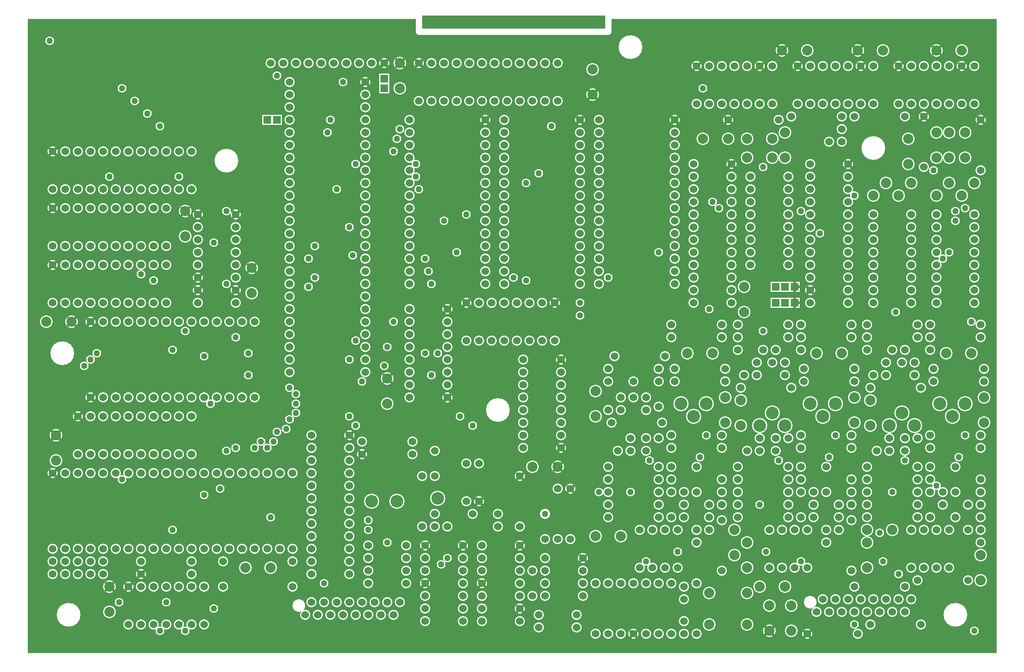
<source format=gbr>
G04 Created by GerbView*
%FSLAX25Y25*%
%MOIN*%
G75*
%ADD10C,0.0010*%
%ADD11C,0.0500*%
%ADD12C,0.1880*%
%ADD13C,0.1380*%
%ADD14C,0.1000*%
%ADD15C,0.0800*%
%ADD16C,0.1200*%
%ADD17C,0.0600*%
%ADD18R,0.0800X0.0800*%
%ADD19R,0.0600X0.0600*%
%ADD20C,0.0700*%
%LNEXPORT*%
D02*
G36*
X525175Y1361525D02*
X1297675D01*
Y854025D01*
X525175D01*
Y1361525D01*
G37*
D10*
%LPC*%
X525175Y854025D02*
Y1361525D01*
X837675D01*
Y1349025D01*
X987675D01*
Y1361525D01*
X1297675D01*
Y854025D01*
X525175D01*
D11*
X525175Y1361525D02*
X837675D01*
Y1349025D01*
X987675D01*
Y1361525D01*
X1297675D01*
Y854025D01*
X525175D01*
Y1361525D01*
D12*
X560175Y886525D03*
D12*
X1262675Y886525D03*
D12*
X685175Y1246525D03*
D12*
X1005175Y1336525D03*
D12*
X1197675Y1256525D03*
D12*
X555175Y1094025D03*
D12*
X900175Y1049025D03*
D14*
X1127675Y909025D03*
D11*
%LPD*%
D15*
X1127675Y909025D03*
D11*
%LPC*%
D14*
X1107675Y909025D03*
D11*
%LPD*%
D15*
X1107675Y909025D03*
D11*
%LPC*%
D14*
X1212675Y954025D03*
D11*
%LPD*%
D15*
X1212675Y954025D03*
D11*
%LPC*%
D14*
X1192675Y954025D03*
D11*
%LPD*%
D15*
X1192675Y954025D03*
D11*
%LPC*%
D14*
X1195175Y1036525D03*
D11*
%LPD*%
D15*
X1195175Y1036525D03*
D11*
%LPC*%
D14*
X1195175Y1056525D03*
D11*
%LPD*%
D15*
X1195175Y1056525D03*
D11*
%LPC*%
D14*
X1097675Y944025D03*
D11*
%LPD*%
D15*
X1097675Y944025D03*
D11*
%LPC*%
D14*
X1097675Y924025D03*
D11*
%LPD*%
D15*
X1097675Y924025D03*
D11*
%LPC*%
D14*
X1092675Y1036525D03*
D11*
%LPD*%
D15*
X1092675Y1036525D03*
D11*
%LPC*%
D14*
X1092675Y1056525D03*
D11*
%LPD*%
D15*
X1092675Y1056525D03*
D11*
%LPC*%
D14*
X997675Y949025D03*
D11*
%LPD*%
D15*
X997675Y949025D03*
D11*
%LPC*%
D14*
X977675Y949025D03*
D11*
%LPD*%
D15*
X977675Y949025D03*
D11*
%LPC*%
D14*
X977675Y1044025D03*
D11*
%LPD*%
D15*
X977675Y1044025D03*
D11*
%LPC*%
D14*
X977675Y1064025D03*
D11*
%LPD*%
D15*
X977675Y1064025D03*
D11*
%LPC*%
D14*
X1132675Y894025D03*
D11*
%LPD*%
D15*
X1132675Y894025D03*
D11*
%LPC*%
D14*
X1132675Y874025D03*
D11*
%LPD*%
D15*
X1132675Y874025D03*
D11*
%LPC*%
D14*
X1282675Y934025D03*
D11*
%LPD*%
D15*
X1282675Y934025D03*
D11*
%LPC*%
D14*
X1282675Y914025D03*
D11*
%LPD*%
D15*
X1282675Y914025D03*
D11*
%LPC*%
D14*
X1285175Y1039025D03*
D11*
%LPD*%
D15*
X1285175Y1039025D03*
D11*
%LPC*%
D14*
X1285175Y1059025D03*
D11*
%LPD*%
D15*
X1285175Y1059025D03*
D11*
%LPC*%
D14*
X1192675Y944025D03*
D11*
%LPD*%
D15*
X1192675Y944025D03*
D11*
%LPC*%
D14*
X1192675Y924025D03*
D11*
%LPD*%
D15*
X1192675Y924025D03*
D11*
%LPC*%
D14*
X1182675Y1039025D03*
D11*
%LPD*%
D15*
X1182675Y1039025D03*
D11*
%LPC*%
D14*
X1182675Y1059025D03*
D11*
%LPD*%
D15*
X1182675Y1059025D03*
D11*
%LPC*%
D14*
X1087675Y954025D03*
D11*
%LPD*%
D15*
X1087675Y954025D03*
D11*
%LPC*%
D14*
X1087675Y934025D03*
D11*
%LPD*%
D15*
X1087675Y934025D03*
D11*
%LPC*%
D14*
X1080175Y1039025D03*
D11*
%LPD*%
D15*
X1080175Y1039025D03*
D11*
%LPC*%
D14*
X1080175Y1059025D03*
D11*
%LPD*%
D15*
X1080175Y1059025D03*
D11*
%LPC*%
D14*
X1115175Y874025D03*
D11*
%LPD*%
D15*
X1115175Y874025D03*
D11*
%LPC*%
%LPD*%
G36*
X1110932Y876853D02*
X1112346Y878267D01*
X1119417Y871196D01*
X1118003Y869782D01*
X1110932Y876853D01*
G37*
%LPC*%
%LPD*%
G36*
X1112346Y869782D02*
X1110932Y871196D01*
X1118003Y878267D01*
X1119417Y876853D01*
X1112346Y869782D01*
G37*
%LPC*%
D14*
X1115175Y894025D03*
D11*
%LPD*%
D15*
X1115175Y894025D03*
D11*
%LPC*%
D14*
X592675Y909025D03*
D11*
%LPD*%
D15*
X592675Y909025D03*
D11*
%LPC*%
%LPD*%
G36*
X588432Y911853D02*
X589846Y913267D01*
X596917Y906196D01*
X595503Y904782D01*
X588432Y911853D01*
G37*
%LPC*%
%LPD*%
G36*
X589846Y904782D02*
X588432Y906196D01*
X595503Y913267D01*
X596917Y911853D01*
X589846Y904782D01*
G37*
%LPC*%
D14*
X592675Y889025D03*
D11*
%LPD*%
D15*
X592675Y889025D03*
D11*
%LPC*%
D14*
X550175Y1029025D03*
D11*
%LPD*%
D15*
X550175Y1029025D03*
D11*
%LPC*%
%LPD*%
G36*
X545932Y1031853D02*
X547346Y1033267D01*
X554417Y1026196D01*
X553003Y1024782D01*
X545932Y1031853D01*
G37*
%LPC*%
%LPD*%
G36*
X547346Y1024782D02*
X545932Y1026196D01*
X553003Y1033267D01*
X554417Y1031853D01*
X547346Y1024782D01*
G37*
%LPC*%
D14*
X550175Y1009025D03*
D11*
%LPD*%
D15*
X550175Y1009025D03*
D11*
%LPC*%
D14*
X562675Y1119025D03*
D11*
%LPD*%
D15*
X562675Y1119025D03*
D11*
%LPC*%
%LPD*%
G36*
X558432Y1121853D02*
X559846Y1123267D01*
X566917Y1116196D01*
X565503Y1114782D01*
X558432Y1121853D01*
G37*
%LPC*%
%LPD*%
G36*
X559846Y1114782D02*
X558432Y1116196D01*
X565503Y1123267D01*
X566917Y1121853D01*
X559846Y1114782D01*
G37*
%LPC*%
D14*
X542675Y1119025D03*
D11*
%LPD*%
D15*
X542675Y1119025D03*
D11*
%LPC*%
D14*
X705175Y1161525D03*
D11*
%LPD*%
D15*
X705175Y1161525D03*
D11*
%LPC*%
%LPD*%
G36*
X700932Y1164353D02*
X702346Y1165767D01*
X709417Y1158696D01*
X708003Y1157282D01*
X700932Y1164353D01*
G37*
%LPC*%
%LPD*%
G36*
X702346Y1157282D02*
X700932Y1158696D01*
X708003Y1165767D01*
X709417Y1164353D01*
X702346Y1157282D01*
G37*
%LPC*%
D14*
X705175Y1141525D03*
D11*
%LPD*%
D15*
X705175Y1141525D03*
D11*
%LPC*%
D14*
X652675Y1206525D03*
D11*
%LPD*%
D15*
X652675Y1206525D03*
D11*
%LPC*%
%LPD*%
G36*
X648432Y1209353D02*
X649846Y1210767D01*
X656917Y1203696D01*
X655503Y1202282D01*
X648432Y1209353D01*
G37*
%LPC*%
%LPD*%
G36*
X649846Y1202282D02*
X648432Y1203696D01*
X655503Y1210767D01*
X656917Y1209353D01*
X649846Y1202282D01*
G37*
%LPC*%
D14*
X652675Y1186525D03*
D11*
%LPD*%
D15*
X652675Y1186525D03*
D11*
%LPC*%
D14*
X822675Y1324025D03*
D11*
%LPD*%
D15*
X822675Y1324025D03*
D11*
%LPC*%
%LPD*%
G36*
X818432Y1326853D02*
X819846Y1328267D01*
X826917Y1321196D01*
X825503Y1319782D01*
X818432Y1326853D01*
G37*
%LPC*%
%LPD*%
G36*
X819846Y1319782D02*
X818432Y1321196D01*
X825503Y1328267D01*
X826917Y1326853D01*
X819846Y1319782D01*
G37*
%LPC*%
D14*
X822675Y1304025D03*
D11*
%LPD*%
D15*
X822675Y1304025D03*
D11*
%LPC*%
D14*
X975175Y1299025D03*
D11*
%LPD*%
D15*
X975175Y1299025D03*
D11*
%LPC*%
%LPD*%
G36*
X970932Y1301853D02*
X972346Y1303267D01*
X979417Y1296196D01*
X978003Y1294782D01*
X970932Y1301853D01*
G37*
%LPC*%
%LPD*%
G36*
X972346Y1294782D02*
X970932Y1296196D01*
X978003Y1303267D01*
X979417Y1301853D01*
X972346Y1294782D01*
G37*
%LPC*%
D14*
X975175Y1319025D03*
D11*
%LPD*%
D15*
X975175Y1319025D03*
D11*
%LPC*%
D14*
X1125175Y1334025D03*
D11*
%LPD*%
D15*
X1125175Y1334025D03*
D11*
%LPC*%
%LPD*%
G36*
X1120932Y1336853D02*
X1122346Y1338267D01*
X1129417Y1331196D01*
X1128003Y1329782D01*
X1120932Y1336853D01*
G37*
%LPC*%
%LPD*%
G36*
X1122346Y1329782D02*
X1120932Y1331196D01*
X1128003Y1338267D01*
X1129417Y1336853D01*
X1122346Y1329782D01*
G37*
%LPC*%
D14*
X1145175Y1334025D03*
D11*
%LPD*%
D15*
X1145175Y1334025D03*
D11*
%LPC*%
D14*
X1185175Y1334025D03*
D11*
%LPD*%
D15*
X1185175Y1334025D03*
D11*
%LPC*%
%LPD*%
G36*
X1180932Y1336853D02*
X1182346Y1338267D01*
X1189417Y1331196D01*
X1188003Y1329782D01*
X1180932Y1336853D01*
G37*
%LPC*%
%LPD*%
G36*
X1182346Y1329782D02*
X1180932Y1331196D01*
X1188003Y1338267D01*
X1189417Y1336853D01*
X1182346Y1329782D01*
G37*
%LPC*%
D14*
X1205175Y1334025D03*
D11*
%LPD*%
D15*
X1205175Y1334025D03*
D11*
%LPC*%
D14*
X1247675Y1334025D03*
D11*
%LPD*%
D15*
X1247675Y1334025D03*
D11*
%LPC*%
%LPD*%
G36*
X1243432Y1336853D02*
X1244846Y1338267D01*
X1251917Y1331196D01*
X1250503Y1329782D01*
X1243432Y1336853D01*
G37*
%LPC*%
%LPD*%
G36*
X1244846Y1329782D02*
X1243432Y1331196D01*
X1250503Y1338267D01*
X1251917Y1336853D01*
X1244846Y1329782D01*
G37*
%LPC*%
D14*
X1267675Y1334025D03*
D11*
%LPD*%
D15*
X1267675Y1334025D03*
D11*
%LPC*%
D14*
X812675Y1074025D03*
D11*
%LPD*%
D15*
X812675Y1074025D03*
D11*
%LPC*%
%LPD*%
G36*
X808432Y1076853D02*
X809846Y1078267D01*
X816917Y1071196D01*
X815503Y1069782D01*
X808432Y1076853D01*
G37*
%LPC*%
%LPD*%
G36*
X809846Y1069782D02*
X808432Y1071196D01*
X815503Y1078267D01*
X816917Y1076853D01*
X809846Y1069782D01*
G37*
%LPC*%
D14*
X812675Y1054025D03*
D11*
%LPD*%
D15*
X812675Y1054025D03*
D11*
%LPC*%
D14*
X947675Y1004025D03*
D11*
%LPD*%
D15*
X947675Y1004025D03*
D11*
%LPC*%
%LPD*%
G36*
X943432Y1006853D02*
X944846Y1008267D01*
X951917Y1001196D01*
X950503Y999782D01*
X943432Y1006853D01*
G37*
%LPC*%
%LPD*%
G36*
X944846Y999782D02*
X943432Y1001196D01*
X950503Y1008267D01*
X951917Y1006853D01*
X944846Y999782D01*
G37*
%LPC*%
D14*
X927675Y1004025D03*
D11*
%LPD*%
D15*
X927675Y1004025D03*
D11*
%LPC*%
D16*
X820175Y976525D03*
D11*
%LPD*%
D14*
X820175Y976525D03*
D11*
%LPC*%
D16*
X800175Y976525D03*
D11*
%LPD*%
D14*
X800175Y976525D03*
D11*
%LPC*%
D15*
X737675Y929025D03*
D11*
%LPD*%
D17*
X737675Y929025D03*
D11*
%LPC*%
D15*
X737675Y909025D03*
D11*
%LPD*%
D17*
X737675Y909025D03*
D11*
%LPC*%
D15*
X682675Y929025D03*
D11*
%LPD*%
D17*
X682675Y929025D03*
D11*
%LPC*%
D15*
X682675Y909025D03*
D11*
%LPD*%
D17*
X682675Y909025D03*
D11*
%LPC*%
D15*
X900175Y966525D03*
D11*
%LPD*%
D17*
X900175Y966525D03*
D11*
%LPC*%
D15*
X880175Y966525D03*
D11*
%LPD*%
D17*
X880175Y966525D03*
D11*
%LPC*%
D14*
X1097675Y879025D03*
D11*
%LPD*%
D15*
X1097675Y879025D03*
D11*
%LPC*%
D14*
X1067675Y879025D03*
D11*
%LPD*%
D15*
X1067675Y879025D03*
D11*
%LPC*%
D14*
X1097675Y904025D03*
D11*
%LPD*%
D15*
X1097675Y904025D03*
D11*
%LPC*%
D14*
X1067675Y904025D03*
D11*
%LPD*%
D15*
X1067675Y904025D03*
D11*
%LPC*%
D15*
X927675Y901525D03*
D11*
%LPD*%
D17*
X927675Y901525D03*
D11*
%LPC*%
D15*
X927675Y921525D03*
D11*
%LPD*%
D17*
X927675Y921525D03*
D11*
%LPC*%
D15*
X937675Y946525D03*
D11*
%LPD*%
D17*
X937675Y946525D03*
D11*
%LPC*%
D15*
X937675Y966525D03*
D11*
%LPD*%
D17*
X937675Y966525D03*
D11*
%LPC*%
D14*
X1082675Y1264025D03*
D11*
%LPD*%
D15*
X1082675Y1264025D03*
D11*
%LPC*%
D14*
X1062675Y1264025D03*
D11*
%LPD*%
D15*
X1062675Y1264025D03*
D11*
%LPC*%
D14*
X1117675Y1264025D03*
D11*
%LPD*%
D15*
X1117675Y1264025D03*
D11*
%LPC*%
D14*
X1097675Y1264025D03*
D11*
%LPD*%
D15*
X1097675Y1264025D03*
D11*
%LPC*%
D14*
X1127675Y1269025D03*
D11*
%LPD*%
D15*
X1127675Y1269025D03*
D11*
%LPC*%
D14*
X1127675Y1249025D03*
D11*
%LPD*%
D15*
X1127675Y1249025D03*
D11*
%LPC*%
D14*
X1050175Y1094025D03*
D11*
%LPD*%
D15*
X1050175Y1094025D03*
D11*
%LPC*%
D14*
X1070175Y1094025D03*
D11*
%LPD*%
D15*
X1070175Y1094025D03*
D11*
%LPC*%
D15*
X1027675Y1051525D03*
D11*
%LPD*%
D17*
X1027675Y1051525D03*
D11*
%LPC*%
D15*
X1027675Y1071525D03*
D11*
%LPD*%
D17*
X1027675Y1071525D03*
D11*
%LPC*%
D15*
X1007675Y1071525D03*
D11*
%LPD*%
D17*
X1007675Y1071525D03*
D11*
%LPC*%
D15*
X987675Y1071525D03*
D11*
%LPD*%
D17*
X987675Y1071525D03*
D11*
%LPC*%
D15*
X1037675Y1004025D03*
D11*
%LPD*%
D17*
X1037675Y1004025D03*
D11*
%LPC*%
D15*
X1057675Y1004025D03*
D11*
%LPD*%
D17*
X1057675Y1004025D03*
D11*
%LPC*%
D15*
X1037675Y984025D03*
D11*
%LPD*%
D17*
X1037675Y984025D03*
D11*
%LPC*%
D15*
X1037675Y964025D03*
D11*
%LPD*%
D17*
X1037675Y964025D03*
D11*
%LPC*%
D15*
X1067675Y964025D03*
D11*
%LPD*%
D17*
X1067675Y964025D03*
D11*
%LPC*%
D15*
X1047675Y964025D03*
D11*
%LPD*%
D17*
X1047675Y964025D03*
D11*
%LPC*%
D14*
X1270175Y1249025D03*
D11*
%LPD*%
D15*
X1270175Y1249025D03*
D11*
%LPC*%
D14*
X1270175Y1269025D03*
D11*
%LPD*%
D15*
X1270175Y1269025D03*
D11*
%LPC*%
D14*
X1257675Y1249025D03*
D11*
%LPD*%
D15*
X1257675Y1249025D03*
D11*
%LPC*%
D14*
X1257675Y1269025D03*
D11*
%LPD*%
D15*
X1257675Y1269025D03*
D11*
%LPC*%
D14*
X1277675Y1229025D03*
D11*
%LPD*%
D15*
X1277675Y1229025D03*
D11*
%LPC*%
D14*
X1257675Y1229025D03*
D11*
%LPD*%
D15*
X1257675Y1229025D03*
D11*
%LPC*%
D14*
X1152675Y1094025D03*
D11*
%LPD*%
D15*
X1152675Y1094025D03*
D11*
%LPC*%
D14*
X1172675Y1094025D03*
D11*
%LPD*%
D15*
X1172675Y1094025D03*
D11*
%LPC*%
D15*
X1120175Y1096525D03*
D11*
%LPD*%
D17*
X1120175Y1096525D03*
D11*
%LPC*%
D15*
X1140175Y1096525D03*
D11*
%LPD*%
D17*
X1140175Y1096525D03*
D11*
%LPC*%
D15*
X1110175Y1096525D03*
D11*
%LPD*%
D17*
X1110175Y1096525D03*
D11*
%LPC*%
D15*
X1090175Y1096525D03*
D11*
%LPD*%
D17*
X1090175Y1096525D03*
D11*
%LPC*%
D15*
X1140175Y1004025D03*
D11*
%LPD*%
D17*
X1140175Y1004025D03*
D11*
%LPC*%
D15*
X1160175Y1004025D03*
D11*
%LPD*%
D17*
X1160175Y1004025D03*
D11*
%LPC*%
D15*
X1140175Y984025D03*
D11*
%LPD*%
D17*
X1140175Y984025D03*
D11*
%LPC*%
D15*
X1140175Y964025D03*
D11*
%LPD*%
D17*
X1140175Y964025D03*
D11*
%LPC*%
D15*
X1170175Y964025D03*
D11*
%LPD*%
D17*
X1170175Y964025D03*
D11*
%LPC*%
D15*
X1150175Y964025D03*
D11*
%LPD*%
D17*
X1150175Y964025D03*
D11*
%LPC*%
D14*
X1225175Y1244025D03*
D11*
%LPD*%
D15*
X1225175Y1244025D03*
D11*
%LPC*%
D14*
X1225175Y1264025D03*
D11*
%LPD*%
D15*
X1225175Y1264025D03*
D11*
%LPC*%
D14*
X1247675Y1249025D03*
D11*
%LPD*%
D15*
X1247675Y1249025D03*
D11*
%LPC*%
D14*
X1247675Y1269025D03*
D11*
%LPD*%
D15*
X1247675Y1269025D03*
D11*
%LPC*%
D14*
X1227675Y1229025D03*
D11*
%LPD*%
D15*
X1227675Y1229025D03*
D11*
%LPC*%
D14*
X1207675Y1229025D03*
D11*
%LPD*%
D15*
X1207675Y1229025D03*
D11*
%LPC*%
D15*
X1222675Y1096525D03*
D11*
%LPD*%
D17*
X1222675Y1096525D03*
D11*
%LPC*%
D15*
X1242675Y1096525D03*
D11*
%LPD*%
D17*
X1242675Y1096525D03*
D11*
%LPC*%
D15*
X1212675Y1096525D03*
D11*
%LPD*%
D17*
X1212675Y1096525D03*
D11*
%LPC*%
D15*
X1192675Y1096525D03*
D11*
%LPD*%
D17*
X1192675Y1096525D03*
D11*
%LPC*%
D15*
X1242675Y1004025D03*
D11*
%LPD*%
D17*
X1242675Y1004025D03*
D11*
%LPC*%
D15*
X1262675Y1004025D03*
D11*
%LPD*%
D17*
X1262675Y1004025D03*
D11*
%LPC*%
D15*
X1242675Y984025D03*
D11*
%LPD*%
D17*
X1242675Y984025D03*
D11*
%LPC*%
D15*
X1242675Y964025D03*
D11*
%LPD*%
D17*
X1242675Y964025D03*
D11*
%LPC*%
D15*
X1282675Y964025D03*
D11*
%LPD*%
D17*
X1282675Y964025D03*
D11*
%LPC*%
D15*
X1262675Y964025D03*
D11*
%LPD*%
D17*
X1262675Y964025D03*
D11*
%LPC*%
D15*
X1182675Y909025D03*
D11*
%LPD*%
D17*
X1182675Y909025D03*
D11*
%LPC*%
D15*
X1222675Y909025D03*
D11*
%LPD*%
D17*
X1222675Y909025D03*
D11*
%LPC*%
D15*
X1195175Y879025D03*
D11*
%LPD*%
D17*
X1195175Y879025D03*
D11*
%LPC*%
D15*
X1235175Y879025D03*
D11*
%LPD*%
D17*
X1235175Y879025D03*
D11*
%LPC*%
D15*
X1082675Y1279025D03*
D11*
%LPD*%
D17*
X1082675Y1279025D03*
D11*
%LPC*%
%LPD*%
G36*
X1079139Y1281146D02*
X1080553Y1282560D01*
X1086210Y1276903D01*
X1084796Y1275489D01*
X1079139Y1281146D01*
G37*
%LPC*%
%LPD*%
G36*
X1080553Y1275489D02*
X1079139Y1276903D01*
X1084796Y1282560D01*
X1086210Y1281146D01*
X1080553Y1275489D01*
G37*
%LPC*%
D15*
X1122675Y1279025D03*
D11*
%LPD*%
D17*
X1122675Y1279025D03*
D11*
%LPC*%
D15*
X1282675Y1279025D03*
D11*
%LPD*%
D17*
X1282675Y1279025D03*
D11*
%LPC*%
%LPD*%
G36*
X1279139Y1281146D02*
X1280553Y1282560D01*
X1286210Y1276903D01*
X1284796Y1275489D01*
X1279139Y1281146D01*
G37*
%LPC*%
%LPD*%
G36*
X1280553Y1275489D02*
X1279139Y1276903D01*
X1284796Y1282560D01*
X1286210Y1281146D01*
X1280553Y1275489D01*
G37*
%LPC*%
D15*
X1282675Y1239025D03*
D11*
%LPD*%
D17*
X1282675Y1239025D03*
D11*
%LPC*%
D15*
X1237675Y1281525D03*
D11*
%LPD*%
D17*
X1237675Y1281525D03*
D11*
%LPC*%
%LPD*%
G36*
X1234139Y1283646D02*
X1235553Y1285060D01*
X1241210Y1279403D01*
X1239796Y1277989D01*
X1234139Y1283646D01*
G37*
%LPC*%
%LPD*%
G36*
X1235553Y1277989D02*
X1234139Y1279403D01*
X1239796Y1285060D01*
X1241210Y1283646D01*
X1235553Y1277989D01*
G37*
%LPC*%
D15*
X1237675Y1241525D03*
D11*
%LPD*%
D17*
X1237675Y1241525D03*
D11*
%LPC*%
D15*
X547675Y919025D03*
D11*
%LPD*%
D17*
X547675Y919025D03*
D11*
%LPC*%
D15*
X547675Y929025D03*
D11*
%LPD*%
D17*
X547675Y929025D03*
D11*
%LPC*%
D15*
X557675Y919025D03*
D11*
%LPD*%
D17*
X557675Y919025D03*
D11*
%LPC*%
D15*
X557675Y929025D03*
D11*
%LPD*%
D17*
X557675Y929025D03*
D11*
%LPC*%
D15*
X567675Y919025D03*
D11*
%LPD*%
D17*
X567675Y919025D03*
D11*
%LPC*%
D15*
X567675Y929025D03*
D11*
%LPD*%
D17*
X567675Y929025D03*
D11*
%LPC*%
D15*
X577675Y919025D03*
D11*
%LPD*%
D17*
X577675Y919025D03*
D11*
%LPC*%
D15*
X577675Y929025D03*
D11*
%LPD*%
D17*
X577675Y929025D03*
D11*
%LPC*%
D15*
X587675Y919025D03*
D11*
%LPD*%
D17*
X587675Y919025D03*
D11*
%LPC*%
D15*
X587675Y929025D03*
D11*
%LPD*%
D17*
X587675Y929025D03*
D11*
%LPC*%
D15*
X1182675Y1281525D03*
D11*
%LPD*%
D17*
X1182675Y1281525D03*
D11*
%LPC*%
D15*
X1222675Y1281525D03*
D11*
%LPD*%
D17*
X1222675Y1281525D03*
D11*
%LPC*%
D15*
X1172675Y1281525D03*
D11*
%LPD*%
D17*
X1172675Y1281525D03*
D11*
%LPC*%
D15*
X1132675Y1281525D03*
D11*
%LPD*%
D17*
X1132675Y1281525D03*
D11*
%LPC*%
D15*
X792675Y1014025D03*
D11*
%LPD*%
D17*
X792675Y1014025D03*
D11*
%LPC*%
%LPD*%
G36*
X789139Y1016146D02*
X790553Y1017560D01*
X796210Y1011903D01*
X794796Y1010489D01*
X789139Y1016146D01*
G37*
%LPC*%
%LPD*%
G36*
X790553Y1010489D02*
X789139Y1011903D01*
X794796Y1017560D01*
X796210Y1016146D01*
X790553Y1010489D01*
G37*
%LPC*%
D15*
X832675Y1014025D03*
D11*
%LPD*%
D17*
X832675Y1014025D03*
D11*
%LPC*%
D15*
X617675Y919025D03*
D11*
%LPD*%
D17*
X617675Y919025D03*
D11*
%LPC*%
%LPD*%
G36*
X614139Y921146D02*
X615553Y922560D01*
X621210Y916903D01*
X619796Y915489D01*
X614139Y921146D01*
G37*
%LPC*%
%LPD*%
G36*
X615553Y915489D02*
X614139Y916903D01*
X619796Y922560D01*
X621210Y921146D01*
X615553Y915489D01*
G37*
%LPC*%
D15*
X657675Y919025D03*
D11*
%LPD*%
D17*
X657675Y919025D03*
D11*
%LPC*%
D15*
X832675Y1024025D03*
D11*
%LPD*%
D17*
X832675Y1024025D03*
D11*
%LPC*%
D15*
X792675Y1024025D03*
D11*
%LPD*%
D17*
X792675Y1024025D03*
D11*
%LPC*%
D15*
X657675Y929025D03*
D11*
%LPD*%
D17*
X657675Y929025D03*
D11*
%LPC*%
D15*
X617675Y929025D03*
D11*
%LPD*%
D17*
X617675Y929025D03*
D11*
%LPC*%
D15*
X977675Y911525D03*
D11*
%LPD*%
D17*
X977675Y911525D03*
D11*
%LPC*%
D15*
X977675Y871525D03*
D11*
%LPD*%
D17*
X977675Y871525D03*
D11*
%LPC*%
D15*
X1007675Y871525D03*
D11*
%LPD*%
D17*
X1007675Y871525D03*
D11*
%LPC*%
%LPD*%
G36*
X1004139Y873646D02*
X1005553Y875060D01*
X1011210Y869403D01*
X1009796Y867989D01*
X1004139Y873646D01*
G37*
%LPC*%
%LPD*%
G36*
X1005553Y867989D02*
X1004139Y869403D01*
X1009796Y875060D01*
X1011210Y873646D01*
X1005553Y867989D01*
G37*
%LPC*%
D15*
X1007675Y911525D03*
D11*
%LPD*%
D17*
X1007675Y911525D03*
D11*
%LPC*%
D15*
X1037675Y911525D03*
D11*
%LPD*%
D17*
X1037675Y911525D03*
D11*
%LPC*%
D15*
X1037675Y871525D03*
D11*
%LPD*%
D17*
X1037675Y871525D03*
D11*
%LPC*%
D15*
X947675Y946525D03*
D11*
%LPD*%
D17*
X947675Y946525D03*
D11*
%LPC*%
D15*
X947675Y986525D03*
D11*
%LPD*%
D17*
X947675Y986525D03*
D11*
%LPC*%
D15*
X957675Y986525D03*
D11*
%LPD*%
D17*
X957675Y986525D03*
D11*
%LPC*%
%LPD*%
G36*
X954139Y988646D02*
X955553Y990060D01*
X961210Y984403D01*
X959796Y982989D01*
X954139Y988646D01*
G37*
%LPC*%
%LPD*%
G36*
X955553Y982989D02*
X954139Y984403D01*
X959796Y990060D01*
X961210Y988646D01*
X955553Y982989D01*
G37*
%LPC*%
D15*
X957675Y946525D03*
D11*
%LPD*%
D17*
X957675Y946525D03*
D11*
%LPC*%
D15*
X1077675Y1116525D03*
D11*
%LPD*%
D17*
X1077675Y1116525D03*
D11*
%LPC*%
D15*
X1037675Y1116525D03*
D11*
%LPD*%
D17*
X1037675Y1116525D03*
D11*
%LPC*%
D15*
X1077675Y1106525D03*
D11*
%LPD*%
D17*
X1077675Y1106525D03*
D11*
%LPC*%
D15*
X1037675Y1106525D03*
D11*
%LPD*%
D17*
X1037675Y1106525D03*
D11*
%LPC*%
D15*
X860175Y956525D03*
D11*
%LPD*%
D17*
X860175Y956525D03*
D11*
%LPC*%
D15*
X900175Y956525D03*
D11*
%LPD*%
D17*
X900175Y956525D03*
D11*
%LPC*%
D15*
X987675Y911525D03*
D11*
%LPD*%
D17*
X987675Y911525D03*
D11*
%LPC*%
D15*
X987675Y871525D03*
D11*
%LPD*%
D17*
X987675Y871525D03*
D11*
%LPC*%
D15*
X997675Y911525D03*
D11*
%LPD*%
D17*
X997675Y911525D03*
D11*
%LPC*%
D15*
X997675Y871525D03*
D11*
%LPD*%
D17*
X997675Y871525D03*
D11*
%LPC*%
D15*
X1027675Y911525D03*
D11*
%LPD*%
D17*
X1027675Y911525D03*
D11*
%LPC*%
D15*
X1027675Y871525D03*
D11*
%LPD*%
D17*
X1027675Y871525D03*
D11*
%LPC*%
D15*
X1032675Y1091525D03*
D11*
%LPD*%
D17*
X1032675Y1091525D03*
D11*
%LPC*%
D15*
X992675Y1091525D03*
D11*
%LPD*%
D17*
X992675Y1091525D03*
D11*
%LPC*%
D15*
X987675Y1081525D03*
D11*
%LPD*%
D17*
X987675Y1081525D03*
D11*
%LPC*%
D15*
X1027675Y1081525D03*
D11*
%LPD*%
D17*
X1027675Y1081525D03*
D11*
%LPC*%
D15*
X1040175Y1081525D03*
D11*
%LPD*%
D17*
X1040175Y1081525D03*
D11*
%LPC*%
D15*
X1080175Y1081525D03*
D11*
%LPD*%
D17*
X1080175Y1081525D03*
D11*
%LPC*%
D15*
X1030175Y1039025D03*
D11*
%LPD*%
D17*
X1030175Y1039025D03*
D11*
%LPC*%
D15*
X990175Y1039025D03*
D11*
%LPD*%
D17*
X990175Y1039025D03*
D11*
%LPC*%
D15*
X987675Y1004025D03*
D11*
%LPD*%
D17*
X987675Y1004025D03*
D11*
%LPC*%
D15*
X1027675Y1004025D03*
D11*
%LPD*%
D17*
X1027675Y1004025D03*
D11*
%LPC*%
D15*
X1037675Y1029025D03*
D11*
%LPD*%
D17*
X1037675Y1029025D03*
D11*
%LPC*%
D15*
X1077675Y1029025D03*
D11*
%LPD*%
D17*
X1077675Y1029025D03*
D11*
%LPC*%
D15*
X1037675Y1019025D03*
D11*
%LPD*%
D17*
X1037675Y1019025D03*
D11*
%LPC*%
D15*
X1077675Y1019025D03*
D11*
%LPD*%
D17*
X1077675Y1019025D03*
D11*
%LPC*%
D16*
X1065175Y1054025D03*
D11*
%LPD*%
D14*
X1065175Y1054025D03*
D11*
%LPC*%
D16*
X1055175Y1044025D03*
D11*
%LPD*%
D14*
X1055175Y1044025D03*
D11*
%LPC*%
D16*
X1045175Y1054025D03*
D11*
%LPD*%
D14*
X1045175Y1054025D03*
D11*
%LPC*%
D15*
X1040175Y1071525D03*
D11*
%LPD*%
D17*
X1040175Y1071525D03*
D11*
%LPC*%
D15*
X1080175Y1071525D03*
D11*
%LPD*%
D17*
X1080175Y1071525D03*
D11*
%LPC*%
D15*
X987675Y994025D03*
D11*
%LPD*%
D17*
X987675Y994025D03*
D11*
%LPC*%
D15*
X1027675Y994025D03*
D11*
%LPD*%
D17*
X1027675Y994025D03*
D11*
%LPC*%
D15*
X1037675Y994025D03*
D11*
%LPD*%
D17*
X1037675Y994025D03*
D11*
%LPC*%
D15*
X1077675Y994025D03*
D11*
%LPD*%
D17*
X1077675Y994025D03*
D11*
%LPC*%
D15*
X987675Y984025D03*
D11*
%LPD*%
D17*
X987675Y984025D03*
D11*
%LPC*%
D15*
X1027675Y984025D03*
D11*
%LPD*%
D17*
X1027675Y984025D03*
D11*
%LPC*%
D15*
X1027675Y974025D03*
D11*
%LPD*%
D17*
X1027675Y974025D03*
D11*
%LPC*%
D15*
X987675Y974025D03*
D11*
%LPD*%
D17*
X987675Y974025D03*
D11*
%LPC*%
D15*
X1027675Y964025D03*
D11*
%LPD*%
D17*
X1027675Y964025D03*
D11*
%LPC*%
D15*
X987675Y964025D03*
D11*
%LPD*%
D17*
X987675Y964025D03*
D11*
%LPC*%
D15*
X1180175Y1116525D03*
D11*
%LPD*%
D17*
X1180175Y1116525D03*
D11*
%LPC*%
D15*
X1140175Y1116525D03*
D11*
%LPD*%
D17*
X1140175Y1116525D03*
D11*
%LPC*%
D15*
X1180175Y1106525D03*
D11*
%LPD*%
D17*
X1180175Y1106525D03*
D11*
%LPC*%
D15*
X1140175Y1106525D03*
D11*
%LPD*%
D17*
X1140175Y1106525D03*
D11*
%LPC*%
D15*
X1130175Y1116525D03*
D11*
%LPD*%
D17*
X1130175Y1116525D03*
D11*
%LPC*%
D15*
X1090175Y1116525D03*
D11*
%LPD*%
D17*
X1090175Y1116525D03*
D11*
%LPC*%
D15*
X1090175Y1106525D03*
D11*
%LPD*%
D17*
X1090175Y1106525D03*
D11*
%LPC*%
D15*
X1130175Y1106525D03*
D11*
%LPD*%
D17*
X1130175Y1106525D03*
D11*
%LPC*%
D15*
X1142675Y1081525D03*
D11*
%LPD*%
D17*
X1142675Y1081525D03*
D11*
%LPC*%
D15*
X1182675Y1081525D03*
D11*
%LPD*%
D17*
X1182675Y1081525D03*
D11*
%LPC*%
D15*
X1132675Y1066525D03*
D11*
%LPD*%
D17*
X1132675Y1066525D03*
D11*
%LPC*%
D15*
X1092675Y1066525D03*
D11*
%LPD*%
D17*
X1092675Y1066525D03*
D11*
%LPC*%
D16*
X1107675Y1036525D03*
D11*
%LPD*%
D14*
X1107675Y1036525D03*
D11*
%LPC*%
D16*
X1117675Y1046525D03*
D11*
%LPD*%
D14*
X1117675Y1046525D03*
D11*
%LPC*%
D16*
X1127675Y1036525D03*
D11*
%LPD*%
D14*
X1127675Y1036525D03*
D11*
%LPC*%
D15*
X1090175Y1004025D03*
D11*
%LPD*%
D17*
X1090175Y1004025D03*
D11*
%LPC*%
D15*
X1130175Y1004025D03*
D11*
%LPD*%
D17*
X1130175Y1004025D03*
D11*
%LPC*%
D15*
X1140175Y1029025D03*
D11*
%LPD*%
D17*
X1140175Y1029025D03*
D11*
%LPC*%
D15*
X1180175Y1029025D03*
D11*
%LPD*%
D17*
X1180175Y1029025D03*
D11*
%LPC*%
D15*
X1140175Y1019025D03*
D11*
%LPD*%
D17*
X1140175Y1019025D03*
D11*
%LPC*%
D15*
X1180175Y1019025D03*
D11*
%LPD*%
D17*
X1180175Y1019025D03*
D11*
%LPC*%
D16*
X1167675Y1054025D03*
D11*
%LPD*%
D14*
X1167675Y1054025D03*
D11*
%LPC*%
D16*
X1157675Y1044025D03*
D11*
%LPD*%
D14*
X1157675Y1044025D03*
D11*
%LPC*%
D16*
X1147675Y1054025D03*
D11*
%LPD*%
D14*
X1147675Y1054025D03*
D11*
%LPC*%
D15*
X1142675Y1071525D03*
D11*
%LPD*%
D17*
X1142675Y1071525D03*
D11*
%LPC*%
D15*
X1182675Y1071525D03*
D11*
%LPD*%
D17*
X1182675Y1071525D03*
D11*
%LPC*%
D15*
X1090175Y994025D03*
D11*
%LPD*%
D17*
X1090175Y994025D03*
D11*
%LPC*%
D15*
X1130175Y994025D03*
D11*
%LPD*%
D17*
X1130175Y994025D03*
D11*
%LPC*%
D15*
X1140175Y994025D03*
D11*
%LPD*%
D17*
X1140175Y994025D03*
D11*
%LPC*%
D15*
X1180175Y994025D03*
D11*
%LPD*%
D17*
X1180175Y994025D03*
D11*
%LPC*%
D15*
X1090175Y984025D03*
D11*
%LPD*%
D17*
X1090175Y984025D03*
D11*
%LPC*%
D15*
X1130175Y984025D03*
D11*
%LPD*%
D17*
X1130175Y984025D03*
D11*
%LPC*%
D15*
X1130175Y974025D03*
D11*
%LPD*%
D17*
X1130175Y974025D03*
D11*
%LPC*%
D15*
X1090175Y974025D03*
D11*
%LPD*%
D17*
X1090175Y974025D03*
D11*
%LPC*%
D15*
X1130175Y964025D03*
D11*
%LPD*%
D17*
X1130175Y964025D03*
D11*
%LPC*%
D15*
X1090175Y964025D03*
D11*
%LPD*%
D17*
X1090175Y964025D03*
D11*
%LPC*%
D15*
X1282675Y1116525D03*
D11*
%LPD*%
D17*
X1282675Y1116525D03*
D11*
%LPC*%
D15*
X1242675Y1116525D03*
D11*
%LPD*%
D17*
X1242675Y1116525D03*
D11*
%LPC*%
D15*
X1282675Y1106525D03*
D11*
%LPD*%
D17*
X1282675Y1106525D03*
D11*
%LPC*%
D15*
X1242675Y1106525D03*
D11*
%LPD*%
D17*
X1242675Y1106525D03*
D11*
%LPC*%
D15*
X1232675Y1116525D03*
D11*
%LPD*%
D17*
X1232675Y1116525D03*
D11*
%LPC*%
D15*
X1192675Y1116525D03*
D11*
%LPD*%
D17*
X1192675Y1116525D03*
D11*
%LPC*%
D15*
X1192675Y1106525D03*
D11*
%LPD*%
D17*
X1192675Y1106525D03*
D11*
%LPC*%
D15*
X1232675Y1106525D03*
D11*
%LPD*%
D17*
X1232675Y1106525D03*
D11*
%LPC*%
D15*
X1245175Y1081525D03*
D11*
%LPD*%
D17*
X1245175Y1081525D03*
D11*
%LPC*%
D15*
X1285175Y1081525D03*
D11*
%LPD*%
D17*
X1285175Y1081525D03*
D11*
%LPC*%
D15*
X1235175Y1066525D03*
D11*
%LPD*%
D17*
X1235175Y1066525D03*
D11*
%LPC*%
D15*
X1195175Y1066525D03*
D11*
%LPD*%
D17*
X1195175Y1066525D03*
D11*
%LPC*%
D16*
X1210175Y1036525D03*
D11*
%LPD*%
D14*
X1210175Y1036525D03*
D11*
%LPC*%
D16*
X1220175Y1046525D03*
D11*
%LPD*%
D14*
X1220175Y1046525D03*
D11*
%LPC*%
D16*
X1230175Y1036525D03*
D11*
%LPD*%
D14*
X1230175Y1036525D03*
D11*
%LPC*%
D15*
X1192675Y1004025D03*
D11*
%LPD*%
D17*
X1192675Y1004025D03*
D11*
%LPC*%
D15*
X1232675Y1004025D03*
D11*
%LPD*%
D17*
X1232675Y1004025D03*
D11*
%LPC*%
D15*
X1242675Y1029025D03*
D11*
%LPD*%
D17*
X1242675Y1029025D03*
D11*
%LPC*%
D15*
X1282675Y1029025D03*
D11*
%LPD*%
D17*
X1282675Y1029025D03*
D11*
%LPC*%
D15*
X1242675Y1019025D03*
D11*
%LPD*%
D17*
X1242675Y1019025D03*
D11*
%LPC*%
D15*
X1282675Y1019025D03*
D11*
%LPD*%
D17*
X1282675Y1019025D03*
D11*
%LPC*%
D16*
X1270175Y1054025D03*
D11*
%LPD*%
D14*
X1270175Y1054025D03*
D11*
%LPC*%
D16*
X1260175Y1044025D03*
D11*
%LPD*%
D14*
X1260175Y1044025D03*
D11*
%LPC*%
D16*
X1250175Y1054025D03*
D11*
%LPD*%
D14*
X1250175Y1054025D03*
D11*
%LPC*%
D15*
X1245175Y1071525D03*
D11*
%LPD*%
D17*
X1245175Y1071525D03*
D11*
%LPC*%
D15*
X1285175Y1071525D03*
D11*
%LPD*%
D17*
X1285175Y1071525D03*
D11*
%LPC*%
D15*
X1192675Y994025D03*
D11*
%LPD*%
D17*
X1192675Y994025D03*
D11*
%LPC*%
D15*
X1232675Y994025D03*
D11*
%LPD*%
D17*
X1232675Y994025D03*
D11*
%LPC*%
D15*
X1242675Y994025D03*
D11*
%LPD*%
D17*
X1242675Y994025D03*
D11*
%LPC*%
D15*
X1282675Y994025D03*
D11*
%LPD*%
D17*
X1282675Y994025D03*
D11*
%LPC*%
D15*
X1192675Y984025D03*
D11*
%LPD*%
D17*
X1192675Y984025D03*
D11*
%LPC*%
D15*
X1232675Y984025D03*
D11*
%LPD*%
D17*
X1232675Y984025D03*
D11*
%LPC*%
D15*
X1232675Y974025D03*
D11*
%LPD*%
D17*
X1232675Y974025D03*
D11*
%LPC*%
D15*
X1192675Y974025D03*
D11*
%LPD*%
D17*
X1192675Y974025D03*
D11*
%LPC*%
D15*
X1232675Y964025D03*
D11*
%LPD*%
D17*
X1232675Y964025D03*
D11*
%LPC*%
D15*
X1192675Y964025D03*
D11*
%LPD*%
D17*
X1192675Y964025D03*
D11*
%LPC*%
D18*
X717675Y1279025D03*
D11*
%LPD*%
D19*
X717675Y1279025D03*
D11*
%LPC*%
D18*
X725175Y1279025D03*
D11*
%LPD*%
D19*
X725175Y1279025D03*
D11*
%LPC*%
D18*
X810175Y1311525D03*
D11*
%LPD*%
D19*
X810175Y1311525D03*
D11*
%LPC*%
D18*
X810175Y1304025D03*
D11*
%LPD*%
D19*
X810175Y1304025D03*
D11*
%LPC*%
G36*
X1139175Y1130025D02*
X1131175D01*
Y1138025D01*
X1139175D01*
Y1130025D01*
G37*
%LPD*%
G36*
X1138175Y1131025D02*
X1132175D01*
Y1137025D01*
X1138175D01*
Y1131025D01*
G37*
%LPC*%
%LPD*%
G36*
X1136175Y1130025D02*
X1134175D01*
Y1138025D01*
X1136175D01*
Y1130025D01*
G37*
%LPC*%
%LPD*%
G36*
X1139175Y1133025D02*
X1132175D01*
Y1135025D01*
X1139175D01*
Y1133025D01*
G37*
%LPC*%
D18*
X1127675Y1134025D03*
D11*
%LPD*%
D19*
X1127675Y1134025D03*
D11*
%LPC*%
D18*
X1120175Y1134025D03*
D11*
%LPD*%
D19*
X1120175Y1134025D03*
D11*
%LPC*%
D18*
X1120175Y1146525D03*
D11*
%LPD*%
D19*
X1120175Y1146525D03*
D11*
%LPC*%
D18*
X1127675Y1146525D03*
D11*
%LPD*%
D19*
X1127675Y1146525D03*
D11*
%LPC*%
G36*
X1139175Y1142525D02*
X1131175D01*
Y1150525D01*
X1139175D01*
Y1142525D01*
G37*
%LPD*%
G36*
X1138175Y1143525D02*
X1132175D01*
Y1149525D01*
X1138175D01*
Y1143525D01*
G37*
%LPC*%
%LPD*%
G36*
X1136175Y1142525D02*
X1134175D01*
Y1150525D01*
X1136175D01*
Y1142525D01*
G37*
%LPC*%
%LPD*%
G36*
X1139175Y1145525D02*
X1132175D01*
Y1147525D01*
X1139175D01*
Y1145525D01*
G37*
%LPC*%
D15*
X747675Y886525D03*
D11*
%LPD*%
D17*
X747675Y886525D03*
D11*
%LPC*%
D15*
X752675Y896525D03*
D11*
%LPD*%
D17*
X752675Y896525D03*
D11*
%LPC*%
D15*
X757675Y886525D03*
D11*
%LPD*%
D17*
X757675Y886525D03*
D11*
%LPC*%
D15*
X762675Y896525D03*
D11*
%LPD*%
D17*
X762675Y896525D03*
D11*
%LPC*%
D15*
X767675Y886525D03*
D11*
%LPD*%
D17*
X767675Y886525D03*
D11*
%LPC*%
D15*
X772675Y896525D03*
D11*
%LPD*%
D17*
X772675Y896525D03*
D11*
%LPC*%
D15*
X777675Y886525D03*
D11*
%LPD*%
D17*
X777675Y886525D03*
D11*
%LPC*%
D15*
X782675Y896525D03*
D11*
%LPD*%
D17*
X782675Y896525D03*
D11*
%LPC*%
D15*
X787675Y886525D03*
D11*
%LPD*%
D17*
X787675Y886525D03*
D11*
%LPC*%
D15*
X792675Y896525D03*
D11*
%LPD*%
D17*
X792675Y896525D03*
D11*
%LPC*%
D15*
X797675Y886525D03*
D11*
%LPD*%
D17*
X797675Y886525D03*
D11*
%LPC*%
D15*
X802675Y896525D03*
D11*
%LPD*%
D17*
X802675Y896525D03*
D11*
%LPC*%
D15*
X807675Y886525D03*
D11*
%LPD*%
D17*
X807675Y886525D03*
D11*
%LPC*%
D15*
X812675Y896525D03*
D11*
%LPD*%
D17*
X812675Y896525D03*
D11*
%LPC*%
D15*
X817675Y886525D03*
D11*
%LPD*%
D17*
X817675Y886525D03*
D11*
%LPC*%
D15*
X822675Y896525D03*
D11*
%LPD*%
D17*
X822675Y896525D03*
D11*
%LPC*%
D14*
X742675Y894025D03*
D15*
X1152675Y889025D03*
D11*
%LPD*%
D17*
X1152675Y889025D03*
D11*
%LPC*%
D15*
X1157675Y899025D03*
D11*
%LPD*%
D17*
X1157675Y899025D03*
D11*
%LPC*%
D15*
X1162675Y889025D03*
D11*
%LPD*%
D17*
X1162675Y889025D03*
D11*
%LPC*%
D15*
X1167675Y899025D03*
D11*
%LPD*%
D17*
X1167675Y899025D03*
D11*
%LPC*%
D15*
X1172675Y889025D03*
D11*
%LPD*%
D17*
X1172675Y889025D03*
D11*
%LPC*%
D15*
X1177675Y899025D03*
D11*
%LPD*%
D17*
X1177675Y899025D03*
D11*
%LPC*%
D15*
X1182675Y889025D03*
D11*
%LPD*%
D17*
X1182675Y889025D03*
D11*
%LPC*%
D15*
X1187675Y899025D03*
D11*
%LPD*%
D17*
X1187675Y899025D03*
D11*
%LPC*%
D15*
X1192675Y889025D03*
D11*
%LPD*%
D17*
X1192675Y889025D03*
D11*
%LPC*%
D15*
X1197675Y899025D03*
D11*
%LPD*%
D17*
X1197675Y899025D03*
D11*
%LPC*%
D15*
X1202675Y889025D03*
D11*
%LPD*%
D17*
X1202675Y889025D03*
D11*
%LPC*%
D15*
X1207675Y899025D03*
D11*
%LPD*%
D17*
X1207675Y899025D03*
D11*
%LPC*%
D15*
X1212675Y889025D03*
D11*
%LPD*%
D17*
X1212675Y889025D03*
D11*
%LPC*%
D15*
X1217675Y899025D03*
D11*
%LPD*%
D17*
X1217675Y899025D03*
D11*
%LPC*%
D15*
X1222675Y889025D03*
D11*
%LPD*%
D17*
X1222675Y889025D03*
D11*
%LPC*%
D15*
X1227675Y899025D03*
D11*
%LPD*%
D17*
X1227675Y899025D03*
D11*
%LPC*%
D14*
X1147675Y896525D03*
D20*
X797675Y954025D03*
D11*
%LPD*%
X797675Y954025D03*
D11*
%LPC*%
D20*
X797675Y961525D03*
D11*
%LPD*%
X797675Y961525D03*
D11*
%LPC*%
D14*
X720175Y924025D03*
D11*
%LPD*%
D15*
X720175Y924025D03*
D11*
%LPC*%
D14*
X700175Y924025D03*
D11*
%LPD*%
D15*
X700175Y924025D03*
D11*
%LPC*%
D14*
X1255175Y1094025D03*
D11*
%LPD*%
D15*
X1255175Y1094025D03*
D11*
%LPC*%
D14*
X1275175Y1094025D03*
D11*
%LPD*%
D15*
X1275175Y1094025D03*
D11*
%LPC*%
D15*
X1017675Y1059025D03*
D11*
%LPD*%
D17*
X1017675Y1059025D03*
D11*
%LPC*%
D15*
X1007675Y1059025D03*
D11*
%LPD*%
D17*
X1007675Y1059025D03*
D11*
%LPC*%
D15*
X1017675Y1049025D03*
D11*
%LPD*%
D17*
X1017675Y1049025D03*
D11*
%LPC*%
D15*
X987675Y1049025D03*
D11*
%LPD*%
D17*
X987675Y1049025D03*
D11*
%LPC*%
D15*
X997675Y1049025D03*
D11*
%LPD*%
D17*
X997675Y1049025D03*
D11*
%LPC*%
D15*
X997675Y1059025D03*
D11*
%LPD*%
D17*
X997675Y1059025D03*
D11*
%LPC*%
D15*
X1027675Y1026525D03*
D11*
%LPD*%
D17*
X1027675Y1026525D03*
D11*
%LPC*%
D15*
X1017675Y1026525D03*
D11*
%LPD*%
D17*
X1017675Y1026525D03*
D11*
%LPC*%
D15*
X1017675Y1016525D03*
D11*
%LPD*%
D17*
X1017675Y1016525D03*
D11*
%LPC*%
D15*
X995175Y1016525D03*
D11*
%LPD*%
D17*
X995175Y1016525D03*
D11*
%LPC*%
D15*
X1005175Y1016525D03*
D11*
%LPD*%
D17*
X1005175Y1016525D03*
D11*
%LPC*%
D15*
X1005175Y1026525D03*
D11*
%LPD*%
D17*
X1005175Y1026525D03*
D11*
%LPC*%
D15*
X1067675Y974025D03*
D11*
%LPD*%
D17*
X1067675Y974025D03*
D11*
%LPC*%
D15*
X1077675Y974025D03*
D11*
%LPD*%
D17*
X1077675Y974025D03*
D11*
%LPC*%
D15*
X1077675Y984025D03*
D11*
%LPD*%
D17*
X1077675Y984025D03*
D11*
%LPC*%
D15*
X1057675Y984025D03*
D11*
%LPD*%
D17*
X1057675Y984025D03*
D11*
%LPC*%
D15*
X1047675Y984025D03*
D11*
%LPD*%
D17*
X1047675Y984025D03*
D11*
%LPC*%
D15*
X1047675Y974025D03*
D11*
%LPD*%
D17*
X1047675Y974025D03*
D11*
%LPC*%
D15*
X1067675Y954025D03*
D11*
%LPD*%
D17*
X1067675Y954025D03*
D11*
%LPC*%
D15*
X1057675Y954025D03*
D11*
%LPD*%
D17*
X1057675Y954025D03*
D11*
%LPC*%
D15*
X1057675Y944025D03*
D11*
%LPD*%
D17*
X1057675Y944025D03*
D11*
%LPC*%
D15*
X1127675Y1086525D03*
D11*
%LPD*%
D17*
X1127675Y1086525D03*
D11*
%LPC*%
D15*
X1117675Y1086525D03*
D11*
%LPD*%
D17*
X1117675Y1086525D03*
D11*
%LPC*%
D15*
X1127675Y1076525D03*
D11*
%LPD*%
D17*
X1127675Y1076525D03*
D11*
%LPC*%
D15*
X1095175Y1076525D03*
D11*
%LPD*%
D17*
X1095175Y1076525D03*
D11*
%LPC*%
D15*
X1105175Y1076525D03*
D11*
%LPD*%
D17*
X1105175Y1076525D03*
D11*
%LPC*%
D15*
X1105175Y1086525D03*
D11*
%LPD*%
D17*
X1105175Y1086525D03*
D11*
%LPC*%
D15*
X1130175Y1026525D03*
D11*
%LPD*%
D17*
X1130175Y1026525D03*
D11*
%LPC*%
D15*
X1120175Y1026525D03*
D11*
%LPD*%
D17*
X1120175Y1026525D03*
D11*
%LPC*%
D15*
X1120175Y1016525D03*
D11*
%LPD*%
D17*
X1120175Y1016525D03*
D11*
%LPC*%
D15*
X1097675Y1016525D03*
D11*
%LPD*%
D17*
X1097675Y1016525D03*
D11*
%LPC*%
D15*
X1107675Y1016525D03*
D11*
%LPD*%
D17*
X1107675Y1016525D03*
D11*
%LPC*%
D15*
X1107675Y1026525D03*
D11*
%LPD*%
D17*
X1107675Y1026525D03*
D11*
%LPC*%
D15*
X1170175Y974025D03*
D11*
%LPD*%
D17*
X1170175Y974025D03*
D11*
%LPC*%
D15*
X1180175Y974025D03*
D11*
%LPD*%
D17*
X1180175Y974025D03*
D11*
%LPC*%
D15*
X1180175Y984025D03*
D11*
%LPD*%
D17*
X1180175Y984025D03*
D11*
%LPC*%
D15*
X1160175Y984025D03*
D11*
%LPD*%
D17*
X1160175Y984025D03*
D11*
%LPC*%
D15*
X1150175Y984025D03*
D11*
%LPD*%
D17*
X1150175Y984025D03*
D11*
%LPC*%
D15*
X1150175Y974025D03*
D11*
%LPD*%
D17*
X1150175Y974025D03*
D11*
%LPC*%
D15*
X1170175Y954025D03*
D11*
%LPD*%
D17*
X1170175Y954025D03*
D11*
%LPC*%
D15*
X1160175Y954025D03*
D11*
%LPD*%
D17*
X1160175Y954025D03*
D11*
%LPC*%
D15*
X1160175Y944025D03*
D11*
%LPD*%
D17*
X1160175Y944025D03*
D11*
%LPC*%
D15*
X1230175Y1086525D03*
D11*
%LPD*%
D17*
X1230175Y1086525D03*
D11*
%LPC*%
D15*
X1220175Y1086525D03*
D11*
%LPD*%
D17*
X1220175Y1086525D03*
D11*
%LPC*%
D15*
X1230175Y1076525D03*
D11*
%LPD*%
D17*
X1230175Y1076525D03*
D11*
%LPC*%
D15*
X1197675Y1076525D03*
D11*
%LPD*%
D17*
X1197675Y1076525D03*
D11*
%LPC*%
D15*
X1207675Y1076525D03*
D11*
%LPD*%
D17*
X1207675Y1076525D03*
D11*
%LPC*%
D15*
X1207675Y1086525D03*
D11*
%LPD*%
D17*
X1207675Y1086525D03*
D11*
%LPC*%
D15*
X1232675Y1026525D03*
D11*
%LPD*%
D17*
X1232675Y1026525D03*
D11*
%LPC*%
D15*
X1222675Y1026525D03*
D11*
%LPD*%
D17*
X1222675Y1026525D03*
D11*
%LPC*%
D15*
X1222675Y1016525D03*
D11*
%LPD*%
D17*
X1222675Y1016525D03*
D11*
%LPC*%
D15*
X1200175Y1016525D03*
D11*
%LPD*%
D17*
X1200175Y1016525D03*
D11*
%LPC*%
D15*
X1210175Y1016525D03*
D11*
%LPD*%
D17*
X1210175Y1016525D03*
D11*
%LPC*%
D15*
X1210175Y1026525D03*
D11*
%LPD*%
D17*
X1210175Y1026525D03*
D11*
%LPC*%
D15*
X1272675Y974025D03*
D11*
%LPD*%
D17*
X1272675Y974025D03*
D11*
%LPC*%
D15*
X1282675Y974025D03*
D11*
%LPD*%
D17*
X1282675Y974025D03*
D11*
%LPC*%
D15*
X1282675Y984025D03*
D11*
%LPD*%
D17*
X1282675Y984025D03*
D11*
%LPC*%
D15*
X1262675Y984025D03*
D11*
%LPD*%
D17*
X1262675Y984025D03*
D11*
%LPC*%
D15*
X1252675Y984025D03*
D11*
%LPD*%
D17*
X1252675Y984025D03*
D11*
%LPC*%
D15*
X1252675Y974025D03*
D11*
%LPD*%
D17*
X1252675Y974025D03*
D11*
%LPC*%
D15*
X1282675Y944025D03*
D11*
%LPD*%
D17*
X1282675Y944025D03*
D11*
%LPC*%
D15*
X1282675Y954025D03*
D11*
%LPD*%
D17*
X1282675Y954025D03*
D11*
%LPC*%
D15*
X1272675Y954025D03*
D11*
%LPD*%
D17*
X1272675Y954025D03*
D11*
%LPC*%
D15*
X810175Y1324025D03*
D11*
%LPD*%
D17*
X810175Y1324025D03*
D11*
%LPC*%
%LPD*%
G36*
X806639Y1326146D02*
X808053Y1327560D01*
X813710Y1321903D01*
X812296Y1320489D01*
X806639Y1326146D01*
G37*
%LPC*%
%LPD*%
G36*
X808053Y1320489D02*
X806639Y1321903D01*
X812296Y1327560D01*
X813710Y1326146D01*
X808053Y1320489D01*
G37*
%LPC*%
D15*
X800175Y1324025D03*
D11*
%LPD*%
D17*
X800175Y1324025D03*
D11*
%LPC*%
D15*
X790175Y1324025D03*
D11*
%LPD*%
D17*
X790175Y1324025D03*
D11*
%LPC*%
D15*
X780175Y1324025D03*
D11*
%LPD*%
D17*
X780175Y1324025D03*
D11*
%LPC*%
D15*
X770175Y1324025D03*
D11*
%LPD*%
D17*
X770175Y1324025D03*
D11*
%LPC*%
D15*
X760175Y1324025D03*
D11*
%LPD*%
D17*
X760175Y1324025D03*
D11*
%LPC*%
D15*
X750175Y1324025D03*
D11*
%LPD*%
D17*
X750175Y1324025D03*
D11*
%LPC*%
D15*
X740175Y1324025D03*
D11*
%LPD*%
D17*
X740175Y1324025D03*
D11*
%LPC*%
D15*
X730175Y1324025D03*
D11*
%LPD*%
D17*
X730175Y1324025D03*
D11*
%LPC*%
D15*
X720175Y1324025D03*
D11*
%LPD*%
D17*
X720175Y1324025D03*
D11*
%LPC*%
D15*
X1162675Y1261525D03*
D11*
%LPD*%
D17*
X1162675Y1261525D03*
D11*
%LPC*%
D15*
X1172675Y1261525D03*
D11*
%LPD*%
D17*
X1172675Y1261525D03*
D11*
%LPC*%
D15*
X1172675Y1271525D03*
D11*
%LPD*%
D17*
X1172675Y1271525D03*
D11*
%LPC*%
D15*
X797675Y941525D03*
D11*
%LPD*%
D17*
X797675Y941525D03*
D11*
%LPC*%
D15*
X797675Y931525D03*
D11*
%LPD*%
D17*
X797675Y931525D03*
D11*
%LPC*%
D15*
X797675Y921525D03*
D11*
%LPD*%
D17*
X797675Y921525D03*
D11*
%LPC*%
D15*
X797675Y911525D03*
D11*
%LPD*%
D17*
X797675Y911525D03*
D11*
%LPC*%
D15*
X827675Y911525D03*
D11*
%LPD*%
D17*
X827675Y911525D03*
D11*
%LPC*%
D15*
X827675Y921525D03*
D11*
%LPD*%
D17*
X827675Y921525D03*
D11*
%LPC*%
D15*
X827675Y931525D03*
D11*
%LPD*%
D17*
X827675Y931525D03*
D11*
%LPC*%
D15*
X827675Y941525D03*
D11*
%LPD*%
D17*
X827675Y941525D03*
D11*
%LPC*%
D15*
X547675Y939025D03*
D11*
%LPD*%
D17*
X547675Y939025D03*
D11*
%LPC*%
D15*
X557675Y939025D03*
D11*
%LPD*%
D17*
X557675Y939025D03*
D11*
%LPC*%
D15*
X567675Y939025D03*
D11*
%LPD*%
D17*
X567675Y939025D03*
D11*
%LPC*%
D15*
X577675Y939025D03*
D11*
%LPD*%
D17*
X577675Y939025D03*
D11*
%LPC*%
D15*
X587675Y939025D03*
D11*
%LPD*%
D17*
X587675Y939025D03*
D11*
%LPC*%
D15*
X597675Y939025D03*
D11*
%LPD*%
D17*
X597675Y939025D03*
D11*
%LPC*%
D15*
X607675Y939025D03*
D11*
%LPD*%
D17*
X607675Y939025D03*
D11*
%LPC*%
D15*
X617675Y939025D03*
D11*
%LPD*%
D17*
X617675Y939025D03*
D11*
%LPC*%
D15*
X627675Y939025D03*
D11*
%LPD*%
D17*
X627675Y939025D03*
D11*
%LPC*%
D15*
X637675Y939025D03*
D11*
%LPD*%
D17*
X637675Y939025D03*
D11*
%LPC*%
D15*
X647675Y939025D03*
D11*
%LPD*%
D17*
X647675Y939025D03*
D11*
%LPC*%
D15*
X657675Y939025D03*
D11*
%LPD*%
D17*
X657675Y939025D03*
D11*
%LPC*%
D15*
X667675Y939025D03*
D11*
%LPD*%
D17*
X667675Y939025D03*
D11*
%LPC*%
D15*
X677675Y939025D03*
D11*
%LPD*%
D17*
X677675Y939025D03*
D11*
%LPC*%
D15*
X687675Y939025D03*
D11*
%LPD*%
D17*
X687675Y939025D03*
D11*
%LPC*%
D15*
X697675Y939025D03*
D11*
%LPD*%
D17*
X697675Y939025D03*
D11*
%LPC*%
D15*
X707675Y939025D03*
D11*
%LPD*%
D17*
X707675Y939025D03*
D11*
%LPC*%
D15*
X717675Y939025D03*
D11*
%LPD*%
D17*
X717675Y939025D03*
D11*
%LPC*%
D15*
X727675Y939025D03*
D11*
%LPD*%
D17*
X727675Y939025D03*
D11*
%LPC*%
D15*
X737675Y939025D03*
D11*
%LPD*%
D17*
X737675Y939025D03*
D11*
%LPC*%
D15*
X737675Y999025D03*
D11*
%LPD*%
D17*
X737675Y999025D03*
D11*
%LPC*%
D15*
X727675Y999025D03*
D11*
%LPD*%
D17*
X727675Y999025D03*
D11*
%LPC*%
D15*
X717675Y999025D03*
D11*
%LPD*%
D17*
X717675Y999025D03*
D11*
%LPC*%
D15*
X707675Y999025D03*
D11*
%LPD*%
D17*
X707675Y999025D03*
D11*
%LPC*%
D15*
X697675Y999025D03*
D11*
%LPD*%
D17*
X697675Y999025D03*
D11*
%LPC*%
D15*
X687675Y999025D03*
D11*
%LPD*%
D17*
X687675Y999025D03*
D11*
%LPC*%
D15*
X677675Y999025D03*
D11*
%LPD*%
D17*
X677675Y999025D03*
D11*
%LPC*%
D15*
X667675Y999025D03*
D11*
%LPD*%
D17*
X667675Y999025D03*
D11*
%LPC*%
D15*
X657675Y999025D03*
D11*
%LPD*%
D17*
X657675Y999025D03*
D11*
%LPC*%
D15*
X647675Y999025D03*
D11*
%LPD*%
D17*
X647675Y999025D03*
D11*
%LPC*%
D15*
X637675Y999025D03*
D11*
%LPD*%
D17*
X637675Y999025D03*
D11*
%LPC*%
D15*
X627675Y999025D03*
D11*
%LPD*%
D17*
X627675Y999025D03*
D11*
%LPC*%
D15*
X617675Y999025D03*
D11*
%LPD*%
D17*
X617675Y999025D03*
D11*
%LPC*%
D15*
X607675Y999025D03*
D11*
%LPD*%
D17*
X607675Y999025D03*
D11*
%LPC*%
D15*
X597675Y999025D03*
D11*
%LPD*%
D17*
X597675Y999025D03*
D11*
%LPC*%
D15*
X587675Y999025D03*
D11*
%LPD*%
D17*
X587675Y999025D03*
D11*
%LPC*%
D15*
X577675Y999025D03*
D11*
%LPD*%
D17*
X577675Y999025D03*
D11*
%LPC*%
D15*
X567675Y999025D03*
D11*
%LPD*%
D17*
X567675Y999025D03*
D11*
%LPC*%
D15*
X557675Y999025D03*
D11*
%LPD*%
D17*
X557675Y999025D03*
D11*
%LPC*%
D15*
X547675Y999025D03*
D11*
%LPD*%
D17*
X547675Y999025D03*
D11*
%LPC*%
%LPD*%
G36*
X544139Y1001146D02*
X545553Y1002560D01*
X551210Y996903D01*
X549796Y995489D01*
X544139Y1001146D01*
G37*
%LPC*%
%LPD*%
G36*
X545553Y995489D02*
X544139Y996903D01*
X549796Y1002560D01*
X551210Y1001146D01*
X545553Y995489D01*
G37*
%LPC*%
D15*
X567675Y1014025D03*
D11*
%LPD*%
D17*
X567675Y1014025D03*
D11*
%LPC*%
D15*
X577675Y1014025D03*
D11*
%LPD*%
D17*
X577675Y1014025D03*
D11*
%LPC*%
D15*
X587675Y1014025D03*
D11*
%LPD*%
D17*
X587675Y1014025D03*
D11*
%LPC*%
D15*
X597675Y1014025D03*
D11*
%LPD*%
D17*
X597675Y1014025D03*
D11*
%LPC*%
D15*
X607675Y1014025D03*
D11*
%LPD*%
D17*
X607675Y1014025D03*
D11*
%LPC*%
D15*
X617675Y1014025D03*
D11*
%LPD*%
D17*
X617675Y1014025D03*
D11*
%LPC*%
D15*
X627675Y1014025D03*
D11*
%LPD*%
D17*
X627675Y1014025D03*
D11*
%LPC*%
D15*
X637675Y1014025D03*
D11*
%LPD*%
D17*
X637675Y1014025D03*
D11*
%LPC*%
D15*
X647675Y1014025D03*
D11*
%LPD*%
D17*
X647675Y1014025D03*
D11*
%LPC*%
D15*
X657675Y1014025D03*
D11*
%LPD*%
D17*
X657675Y1014025D03*
D11*
%LPC*%
D15*
X657675Y1044025D03*
D11*
%LPD*%
D17*
X657675Y1044025D03*
D11*
%LPC*%
D15*
X647675Y1044025D03*
D11*
%LPD*%
D17*
X647675Y1044025D03*
D11*
%LPC*%
D15*
X637675Y1044025D03*
D11*
%LPD*%
D17*
X637675Y1044025D03*
D11*
%LPC*%
D15*
X627675Y1044025D03*
D11*
%LPD*%
D17*
X627675Y1044025D03*
D11*
%LPC*%
D15*
X617675Y1044025D03*
D11*
%LPD*%
D17*
X617675Y1044025D03*
D11*
%LPC*%
D15*
X607675Y1044025D03*
D11*
%LPD*%
D17*
X607675Y1044025D03*
D11*
%LPC*%
D15*
X597675Y1044025D03*
D11*
%LPD*%
D17*
X597675Y1044025D03*
D11*
%LPC*%
D15*
X587675Y1044025D03*
D11*
%LPD*%
D17*
X587675Y1044025D03*
D11*
%LPC*%
D15*
X577675Y1044025D03*
D11*
%LPD*%
D17*
X577675Y1044025D03*
D11*
%LPC*%
D15*
X567675Y1044025D03*
D11*
%LPD*%
D17*
X567675Y1044025D03*
D11*
%LPC*%
%LPD*%
G36*
X564139Y1046146D02*
X565553Y1047560D01*
X571210Y1041903D01*
X569796Y1040489D01*
X564139Y1046146D01*
G37*
%LPC*%
%LPD*%
G36*
X565553Y1040489D02*
X564139Y1041903D01*
X569796Y1047560D01*
X571210Y1046146D01*
X565553Y1040489D01*
G37*
%LPC*%
D15*
X577675Y1059025D03*
D11*
%LPD*%
D17*
X577675Y1059025D03*
D11*
%LPC*%
%LPD*%
G36*
X574139Y1061146D02*
X575553Y1062560D01*
X581210Y1056903D01*
X579796Y1055489D01*
X574139Y1061146D01*
G37*
%LPC*%
%LPD*%
G36*
X575553Y1055489D02*
X574139Y1056903D01*
X579796Y1062560D01*
X581210Y1061146D01*
X575553Y1055489D01*
G37*
%LPC*%
D15*
X587675Y1059025D03*
D11*
%LPD*%
D17*
X587675Y1059025D03*
D11*
%LPC*%
D15*
X597675Y1059025D03*
D11*
%LPD*%
D17*
X597675Y1059025D03*
D11*
%LPC*%
D15*
X607675Y1059025D03*
D11*
%LPD*%
D17*
X607675Y1059025D03*
D11*
%LPC*%
D15*
X617675Y1059025D03*
D11*
%LPD*%
D17*
X617675Y1059025D03*
D11*
%LPC*%
D15*
X627675Y1059025D03*
D11*
%LPD*%
D17*
X627675Y1059025D03*
D11*
%LPC*%
D15*
X637675Y1059025D03*
D11*
%LPD*%
D17*
X637675Y1059025D03*
D11*
%LPC*%
D15*
X647675Y1059025D03*
D11*
%LPD*%
D17*
X647675Y1059025D03*
D11*
%LPC*%
D15*
X657675Y1059025D03*
D11*
%LPD*%
D17*
X657675Y1059025D03*
D11*
%LPC*%
D15*
X667675Y1059025D03*
D11*
%LPD*%
D17*
X667675Y1059025D03*
D11*
%LPC*%
D15*
X677675Y1059025D03*
D11*
%LPD*%
D17*
X677675Y1059025D03*
D11*
%LPC*%
D15*
X687675Y1059025D03*
D11*
%LPD*%
D17*
X687675Y1059025D03*
D11*
%LPC*%
D15*
X697675Y1059025D03*
D11*
%LPD*%
D17*
X697675Y1059025D03*
D11*
%LPC*%
D15*
X707675Y1059025D03*
D11*
%LPD*%
D17*
X707675Y1059025D03*
D11*
%LPC*%
D15*
X707675Y1119025D03*
D11*
%LPD*%
D17*
X707675Y1119025D03*
D11*
%LPC*%
D15*
X697675Y1119025D03*
D11*
%LPD*%
D17*
X697675Y1119025D03*
D11*
%LPC*%
D15*
X687675Y1119025D03*
D11*
%LPD*%
D17*
X687675Y1119025D03*
D11*
%LPC*%
D15*
X677675Y1119025D03*
D11*
%LPD*%
D17*
X677675Y1119025D03*
D11*
%LPC*%
D15*
X667675Y1119025D03*
D11*
%LPD*%
D17*
X667675Y1119025D03*
D11*
%LPC*%
D15*
X657675Y1119025D03*
D11*
%LPD*%
D17*
X657675Y1119025D03*
D11*
%LPC*%
D15*
X647675Y1119025D03*
D11*
%LPD*%
D17*
X647675Y1119025D03*
D11*
%LPC*%
D15*
X637675Y1119025D03*
D11*
%LPD*%
D17*
X637675Y1119025D03*
D11*
%LPC*%
D15*
X627675Y1119025D03*
D11*
%LPD*%
D17*
X627675Y1119025D03*
D11*
%LPC*%
D15*
X617675Y1119025D03*
D11*
%LPD*%
D17*
X617675Y1119025D03*
D11*
%LPC*%
D15*
X607675Y1119025D03*
D11*
%LPD*%
D17*
X607675Y1119025D03*
D11*
%LPC*%
D15*
X597675Y1119025D03*
D11*
%LPD*%
D17*
X597675Y1119025D03*
D11*
%LPC*%
D15*
X587675Y1119025D03*
D11*
%LPD*%
D17*
X587675Y1119025D03*
D11*
%LPC*%
D15*
X577675Y1119025D03*
D11*
%LPD*%
D17*
X577675Y1119025D03*
D11*
%LPC*%
%LPD*%
G36*
X574139Y1121146D02*
X575553Y1122560D01*
X581210Y1116903D01*
X579796Y1115489D01*
X574139Y1121146D01*
G37*
%LPC*%
%LPD*%
G36*
X575553Y1115489D02*
X574139Y1116903D01*
X579796Y1122560D01*
X581210Y1121146D01*
X575553Y1115489D01*
G37*
%LPC*%
D15*
X607675Y879025D03*
D11*
%LPD*%
D17*
X607675Y879025D03*
D11*
%LPC*%
D15*
X617675Y879025D03*
D11*
%LPD*%
D17*
X617675Y879025D03*
D11*
%LPC*%
D15*
X627675Y879025D03*
D11*
%LPD*%
D17*
X627675Y879025D03*
D11*
%LPC*%
D15*
X637675Y879025D03*
D11*
%LPD*%
D17*
X637675Y879025D03*
D11*
%LPC*%
D15*
X647675Y879025D03*
D11*
%LPD*%
D17*
X647675Y879025D03*
D11*
%LPC*%
D15*
X657675Y879025D03*
D11*
%LPD*%
D17*
X657675Y879025D03*
D11*
%LPC*%
D15*
X667675Y879025D03*
D11*
%LPD*%
D17*
X667675Y879025D03*
D11*
%LPC*%
D15*
X667675Y909025D03*
D11*
%LPD*%
D17*
X667675Y909025D03*
D11*
%LPC*%
D15*
X657675Y909025D03*
D11*
%LPD*%
D17*
X657675Y909025D03*
D11*
%LPC*%
D15*
X647675Y909025D03*
D11*
%LPD*%
D17*
X647675Y909025D03*
D11*
%LPC*%
D15*
X637675Y909025D03*
D11*
%LPD*%
D17*
X637675Y909025D03*
D11*
%LPC*%
D15*
X627675Y909025D03*
D11*
%LPD*%
D17*
X627675Y909025D03*
D11*
%LPC*%
D15*
X617675Y909025D03*
D11*
%LPD*%
D17*
X617675Y909025D03*
D11*
%LPC*%
D15*
X607675Y909025D03*
D11*
%LPD*%
D17*
X607675Y909025D03*
D11*
%LPC*%
%LPD*%
G36*
X604139Y911146D02*
X605553Y912560D01*
X611210Y906903D01*
X609796Y905489D01*
X604139Y911146D01*
G37*
%LPC*%
%LPD*%
G36*
X605553Y905489D02*
X604139Y906903D01*
X609796Y912560D01*
X611210Y911146D01*
X605553Y905489D01*
G37*
%LPC*%
D15*
X937675Y931525D03*
D11*
%LPD*%
D17*
X937675Y931525D03*
D11*
%LPC*%
D15*
X937675Y921525D03*
D11*
%LPD*%
D17*
X937675Y921525D03*
D11*
%LPC*%
D15*
X937675Y911525D03*
D11*
%LPD*%
D17*
X937675Y911525D03*
D11*
%LPC*%
D15*
X937675Y901525D03*
D11*
%LPD*%
D17*
X937675Y901525D03*
D11*
%LPC*%
D15*
X967675Y901525D03*
D11*
%LPD*%
D17*
X967675Y901525D03*
D11*
%LPC*%
D15*
X967675Y911525D03*
D11*
%LPD*%
D17*
X967675Y911525D03*
D11*
%LPC*%
D15*
X967675Y921525D03*
D11*
%LPD*%
D17*
X967675Y921525D03*
D11*
%LPC*%
D15*
X967675Y931525D03*
D11*
%LPD*%
D17*
X967675Y931525D03*
D11*
%LPC*%
%LPD*%
G36*
X964139Y933646D02*
X965553Y935060D01*
X971210Y929403D01*
X969796Y927989D01*
X964139Y933646D01*
G37*
%LPC*%
%LPD*%
G36*
X965553Y927989D02*
X964139Y929403D01*
X969796Y935060D01*
X971210Y933646D01*
X965553Y927989D01*
G37*
%LPC*%
D15*
X752675Y1029025D03*
D11*
%LPD*%
D17*
X752675Y1029025D03*
D11*
%LPC*%
D15*
X752675Y1019025D03*
D11*
%LPD*%
D17*
X752675Y1019025D03*
D11*
%LPC*%
D15*
X752675Y1009025D03*
D11*
%LPD*%
D17*
X752675Y1009025D03*
D11*
%LPC*%
D15*
X752675Y999025D03*
D11*
%LPD*%
D17*
X752675Y999025D03*
D11*
%LPC*%
D15*
X752675Y989025D03*
D11*
%LPD*%
D17*
X752675Y989025D03*
D11*
%LPC*%
D15*
X752675Y979025D03*
D11*
%LPD*%
D17*
X752675Y979025D03*
D11*
%LPC*%
D15*
X752675Y969025D03*
D11*
%LPD*%
D17*
X752675Y969025D03*
D11*
%LPC*%
D15*
X752675Y959025D03*
D11*
%LPD*%
D17*
X752675Y959025D03*
D11*
%LPC*%
D15*
X752675Y949025D03*
D11*
%LPD*%
D17*
X752675Y949025D03*
D11*
%LPC*%
D15*
X752675Y939025D03*
D11*
%LPD*%
D17*
X752675Y939025D03*
D11*
%LPC*%
D15*
X752675Y929025D03*
D11*
%LPD*%
D17*
X752675Y929025D03*
D11*
%LPC*%
D15*
X752675Y919025D03*
D11*
%LPD*%
D17*
X752675Y919025D03*
D11*
%LPC*%
D15*
X782675Y919025D03*
D11*
%LPD*%
D17*
X782675Y919025D03*
D11*
%LPC*%
D15*
X782675Y929025D03*
D11*
%LPD*%
D17*
X782675Y929025D03*
D11*
%LPC*%
D15*
X782675Y939025D03*
D11*
%LPD*%
D17*
X782675Y939025D03*
D11*
%LPC*%
D15*
X782675Y949025D03*
D11*
%LPD*%
D17*
X782675Y949025D03*
D11*
%LPC*%
D15*
X782675Y959025D03*
D11*
%LPD*%
D17*
X782675Y959025D03*
D11*
%LPC*%
D15*
X782675Y969025D03*
D11*
%LPD*%
D17*
X782675Y969025D03*
D11*
%LPC*%
D15*
X782675Y979025D03*
D11*
%LPD*%
D17*
X782675Y979025D03*
D11*
%LPC*%
D15*
X782675Y989025D03*
D11*
%LPD*%
D17*
X782675Y989025D03*
D11*
%LPC*%
D15*
X782675Y999025D03*
D11*
%LPD*%
D17*
X782675Y999025D03*
D11*
%LPC*%
D15*
X782675Y1009025D03*
D11*
%LPD*%
D17*
X782675Y1009025D03*
D11*
%LPC*%
D15*
X782675Y1019025D03*
D11*
%LPD*%
D17*
X782675Y1019025D03*
D11*
%LPC*%
D15*
X782675Y1029025D03*
D11*
%LPD*%
D17*
X782675Y1029025D03*
D11*
%LPC*%
%LPD*%
G36*
X779139Y1031146D02*
X780553Y1032560D01*
X786210Y1026903D01*
X784796Y1025489D01*
X779139Y1031146D01*
G37*
%LPC*%
%LPD*%
G36*
X780553Y1025489D02*
X779139Y1026903D01*
X784796Y1032560D01*
X786210Y1031146D01*
X780553Y1025489D01*
G37*
%LPC*%
D15*
X842675Y941525D03*
D11*
%LPD*%
D17*
X842675Y941525D03*
D11*
%LPC*%
%LPD*%
G36*
X839139Y943646D02*
X840553Y945060D01*
X846210Y939403D01*
X844796Y937989D01*
X839139Y943646D01*
G37*
%LPC*%
%LPD*%
G36*
X840553Y937989D02*
X839139Y939403D01*
X844796Y945060D01*
X846210Y943646D01*
X840553Y937989D01*
G37*
%LPC*%
D15*
X842675Y931525D03*
D11*
%LPD*%
D17*
X842675Y931525D03*
D11*
%LPC*%
D15*
X842675Y921525D03*
D11*
%LPD*%
D17*
X842675Y921525D03*
D11*
%LPC*%
D15*
X842675Y911525D03*
D11*
%LPD*%
D17*
X842675Y911525D03*
D11*
%LPC*%
%LPD*%
G36*
X839139Y913646D02*
X840553Y915060D01*
X846210Y909403D01*
X844796Y907989D01*
X839139Y913646D01*
G37*
%LPC*%
%LPD*%
G36*
X840553Y907989D02*
X839139Y909403D01*
X844796Y915060D01*
X846210Y913646D01*
X840553Y907989D01*
G37*
%LPC*%
D15*
X842675Y901525D03*
D11*
%LPD*%
D17*
X842675Y901525D03*
D11*
%LPC*%
D15*
X842675Y891525D03*
D11*
%LPD*%
D17*
X842675Y891525D03*
D11*
%LPC*%
D15*
X842675Y881525D03*
D11*
%LPD*%
D17*
X842675Y881525D03*
D11*
%LPC*%
D15*
X872675Y881525D03*
D11*
%LPD*%
D17*
X872675Y881525D03*
D11*
%LPC*%
D15*
X872675Y891525D03*
D11*
%LPD*%
D17*
X872675Y891525D03*
D11*
%LPC*%
D15*
X872675Y901525D03*
D11*
%LPD*%
D17*
X872675Y901525D03*
D11*
%LPC*%
D15*
X872675Y911525D03*
D11*
%LPD*%
D17*
X872675Y911525D03*
D11*
%LPC*%
D15*
X872675Y921525D03*
D11*
%LPD*%
D17*
X872675Y921525D03*
D11*
%LPC*%
D15*
X872675Y931525D03*
D11*
%LPD*%
D17*
X872675Y931525D03*
D11*
%LPC*%
D15*
X872675Y941525D03*
D11*
%LPD*%
D17*
X872675Y941525D03*
D11*
%LPC*%
%LPD*%
G36*
X869139Y943646D02*
X870553Y945060D01*
X876210Y939403D01*
X874796Y937989D01*
X869139Y943646D01*
G37*
%LPC*%
%LPD*%
G36*
X870553Y937989D02*
X869139Y939403D01*
X874796Y945060D01*
X876210Y943646D01*
X870553Y937989D01*
G37*
%LPC*%
D15*
X887675Y941525D03*
D11*
%LPD*%
D17*
X887675Y941525D03*
D11*
%LPC*%
D15*
X887675Y931525D03*
D11*
%LPD*%
D17*
X887675Y931525D03*
D11*
%LPC*%
D15*
X887675Y921525D03*
D11*
%LPD*%
D17*
X887675Y921525D03*
D11*
%LPC*%
D15*
X887675Y911525D03*
D11*
%LPD*%
D17*
X887675Y911525D03*
D11*
%LPC*%
%LPD*%
G36*
X884139Y913646D02*
X885553Y915060D01*
X891210Y909403D01*
X889796Y907989D01*
X884139Y913646D01*
G37*
%LPC*%
%LPD*%
G36*
X885553Y907989D02*
X884139Y909403D01*
X889796Y915060D01*
X891210Y913646D01*
X885553Y907989D01*
G37*
%LPC*%
D15*
X887675Y901525D03*
D11*
%LPD*%
D17*
X887675Y901525D03*
D11*
%LPC*%
D15*
X887675Y891525D03*
D11*
%LPD*%
D17*
X887675Y891525D03*
D11*
%LPC*%
D15*
X887675Y881525D03*
D11*
%LPD*%
D17*
X887675Y881525D03*
D11*
%LPC*%
D15*
X917675Y881525D03*
D11*
%LPD*%
D17*
X917675Y881525D03*
D11*
%LPC*%
D15*
X917675Y891525D03*
D11*
%LPD*%
D17*
X917675Y891525D03*
D11*
%LPC*%
%LPD*%
G36*
X914139Y893646D02*
X915553Y895060D01*
X921210Y889403D01*
X919796Y887989D01*
X914139Y893646D01*
G37*
%LPC*%
%LPD*%
G36*
X915553Y887989D02*
X914139Y889403D01*
X919796Y895060D01*
X921210Y893646D01*
X915553Y887989D01*
G37*
%LPC*%
D15*
X917675Y901525D03*
D11*
%LPD*%
D17*
X917675Y901525D03*
D11*
%LPC*%
D15*
X917675Y911525D03*
D11*
%LPD*%
D17*
X917675Y911525D03*
D11*
%LPC*%
D15*
X917675Y921525D03*
D11*
%LPD*%
D17*
X917675Y921525D03*
D11*
%LPC*%
D15*
X917675Y931525D03*
D11*
%LPD*%
D17*
X917675Y931525D03*
D11*
%LPC*%
D15*
X917675Y941525D03*
D11*
%LPD*%
D17*
X917675Y941525D03*
D11*
%LPC*%
%LPD*%
G36*
X914139Y943646D02*
X915553Y945060D01*
X921210Y939403D01*
X919796Y937989D01*
X914139Y943646D01*
G37*
%LPC*%
%LPD*%
G36*
X915553Y937989D02*
X914139Y939403D01*
X919796Y945060D01*
X921210Y943646D01*
X915553Y937989D01*
G37*
%LPC*%
D15*
X547675Y1134025D03*
D11*
%LPD*%
D17*
X547675Y1134025D03*
D11*
%LPC*%
D15*
X557675Y1134025D03*
D11*
%LPD*%
D17*
X557675Y1134025D03*
D11*
%LPC*%
D15*
X567675Y1134025D03*
D11*
%LPD*%
D17*
X567675Y1134025D03*
D11*
%LPC*%
D15*
X577675Y1134025D03*
D11*
%LPD*%
D17*
X577675Y1134025D03*
D11*
%LPC*%
D15*
X587675Y1134025D03*
D11*
%LPD*%
D17*
X587675Y1134025D03*
D11*
%LPC*%
D15*
X597675Y1134025D03*
D11*
%LPD*%
D17*
X597675Y1134025D03*
D11*
%LPC*%
D15*
X607675Y1134025D03*
D11*
%LPD*%
D17*
X607675Y1134025D03*
D11*
%LPC*%
D15*
X617675Y1134025D03*
D11*
%LPD*%
D17*
X617675Y1134025D03*
D11*
%LPC*%
D15*
X627675Y1134025D03*
D11*
%LPD*%
D17*
X627675Y1134025D03*
D11*
%LPC*%
D15*
X637675Y1134025D03*
D11*
%LPD*%
D17*
X637675Y1134025D03*
D11*
%LPC*%
D15*
X637675Y1164025D03*
D11*
%LPD*%
D17*
X637675Y1164025D03*
D11*
%LPC*%
D15*
X627675Y1164025D03*
D11*
%LPD*%
D17*
X627675Y1164025D03*
D11*
%LPC*%
D15*
X617675Y1164025D03*
D11*
%LPD*%
D17*
X617675Y1164025D03*
D11*
%LPC*%
D15*
X607675Y1164025D03*
D11*
%LPD*%
D17*
X607675Y1164025D03*
D11*
%LPC*%
D15*
X597675Y1164025D03*
D11*
%LPD*%
D17*
X597675Y1164025D03*
D11*
%LPC*%
D15*
X587675Y1164025D03*
D11*
%LPD*%
D17*
X587675Y1164025D03*
D11*
%LPC*%
D15*
X577675Y1164025D03*
D11*
%LPD*%
D17*
X577675Y1164025D03*
D11*
%LPC*%
D15*
X567675Y1164025D03*
D11*
%LPD*%
D17*
X567675Y1164025D03*
D11*
%LPC*%
D15*
X557675Y1164025D03*
D11*
%LPD*%
D17*
X557675Y1164025D03*
D11*
%LPC*%
D15*
X547675Y1164025D03*
D11*
%LPD*%
D17*
X547675Y1164025D03*
D11*
%LPC*%
%LPD*%
G36*
X544139Y1166146D02*
X545553Y1167560D01*
X551210Y1161903D01*
X549796Y1160489D01*
X544139Y1166146D01*
G37*
%LPC*%
%LPD*%
G36*
X545553Y1160489D02*
X544139Y1161903D01*
X549796Y1167560D01*
X551210Y1166146D01*
X545553Y1160489D01*
G37*
%LPC*%
D15*
X1100175Y1234025D03*
D11*
%LPD*%
D17*
X1100175Y1234025D03*
D11*
%LPC*%
D15*
X1100175Y1224025D03*
D11*
%LPD*%
D17*
X1100175Y1224025D03*
D11*
%LPC*%
D15*
X1100175Y1214025D03*
D11*
%LPD*%
D17*
X1100175Y1214025D03*
D11*
%LPC*%
D15*
X1100175Y1204025D03*
D11*
%LPD*%
D17*
X1100175Y1204025D03*
D11*
%LPC*%
D15*
X1100175Y1194025D03*
D11*
%LPD*%
D17*
X1100175Y1194025D03*
D11*
%LPC*%
D15*
X1100175Y1184025D03*
D11*
%LPD*%
D17*
X1100175Y1184025D03*
D11*
%LPC*%
D15*
X1100175Y1174025D03*
D11*
%LPD*%
D17*
X1100175Y1174025D03*
D11*
%LPC*%
D15*
X1100175Y1164025D03*
D11*
%LPD*%
D17*
X1100175Y1164025D03*
D11*
%LPC*%
D15*
X1130175Y1164025D03*
D11*
%LPD*%
D17*
X1130175Y1164025D03*
D11*
%LPC*%
D15*
X1130175Y1174025D03*
D11*
%LPD*%
D17*
X1130175Y1174025D03*
D11*
%LPC*%
D15*
X1130175Y1184025D03*
D11*
%LPD*%
D17*
X1130175Y1184025D03*
D11*
%LPC*%
D15*
X1130175Y1194025D03*
D11*
%LPD*%
D17*
X1130175Y1194025D03*
D11*
%LPC*%
D15*
X1130175Y1204025D03*
D11*
%LPD*%
D17*
X1130175Y1204025D03*
D11*
%LPC*%
D15*
X1130175Y1214025D03*
D11*
%LPD*%
D17*
X1130175Y1214025D03*
D11*
%LPC*%
D15*
X1130175Y1224025D03*
D11*
%LPD*%
D17*
X1130175Y1224025D03*
D11*
%LPC*%
D15*
X1130175Y1234025D03*
D11*
%LPD*%
D17*
X1130175Y1234025D03*
D11*
%LPC*%
D15*
X547675Y1179025D03*
D11*
%LPD*%
D17*
X547675Y1179025D03*
D11*
%LPC*%
D15*
X557675Y1179025D03*
D11*
%LPD*%
D17*
X557675Y1179025D03*
D11*
%LPC*%
D15*
X567675Y1179025D03*
D11*
%LPD*%
D17*
X567675Y1179025D03*
D11*
%LPC*%
D15*
X577675Y1179025D03*
D11*
%LPD*%
D17*
X577675Y1179025D03*
D11*
%LPC*%
D15*
X587675Y1179025D03*
D11*
%LPD*%
D17*
X587675Y1179025D03*
D11*
%LPC*%
D15*
X597675Y1179025D03*
D11*
%LPD*%
D17*
X597675Y1179025D03*
D11*
%LPC*%
D15*
X607675Y1179025D03*
D11*
%LPD*%
D17*
X607675Y1179025D03*
D11*
%LPC*%
D15*
X617675Y1179025D03*
D11*
%LPD*%
D17*
X617675Y1179025D03*
D11*
%LPC*%
D15*
X627675Y1179025D03*
D11*
%LPD*%
D17*
X627675Y1179025D03*
D11*
%LPC*%
D15*
X637675Y1179025D03*
D11*
%LPD*%
D17*
X637675Y1179025D03*
D11*
%LPC*%
D15*
X637675Y1209025D03*
D11*
%LPD*%
D17*
X637675Y1209025D03*
D11*
%LPC*%
D15*
X627675Y1209025D03*
D11*
%LPD*%
D17*
X627675Y1209025D03*
D11*
%LPC*%
D15*
X617675Y1209025D03*
D11*
%LPD*%
D17*
X617675Y1209025D03*
D11*
%LPC*%
D15*
X607675Y1209025D03*
D11*
%LPD*%
D17*
X607675Y1209025D03*
D11*
%LPC*%
D15*
X597675Y1209025D03*
D11*
%LPD*%
D17*
X597675Y1209025D03*
D11*
%LPC*%
D15*
X587675Y1209025D03*
D11*
%LPD*%
D17*
X587675Y1209025D03*
D11*
%LPC*%
D15*
X577675Y1209025D03*
D11*
%LPD*%
D17*
X577675Y1209025D03*
D11*
%LPC*%
D15*
X567675Y1209025D03*
D11*
%LPD*%
D17*
X567675Y1209025D03*
D11*
%LPC*%
D15*
X557675Y1209025D03*
D11*
%LPD*%
D17*
X557675Y1209025D03*
D11*
%LPC*%
D15*
X547675Y1209025D03*
D11*
%LPD*%
D17*
X547675Y1209025D03*
D11*
%LPC*%
%LPD*%
G36*
X544139Y1211146D02*
X545553Y1212560D01*
X551210Y1206903D01*
X549796Y1205489D01*
X544139Y1211146D01*
G37*
%LPC*%
%LPD*%
G36*
X545553Y1205489D02*
X544139Y1206903D01*
X549796Y1212560D01*
X551210Y1211146D01*
X545553Y1205489D01*
G37*
%LPC*%
D15*
X662675Y1204025D03*
D11*
%LPD*%
D17*
X662675Y1204025D03*
D11*
%LPC*%
%LPD*%
G36*
X659139Y1206146D02*
X660553Y1207560D01*
X666210Y1201903D01*
X664796Y1200489D01*
X659139Y1206146D01*
G37*
%LPC*%
%LPD*%
G36*
X660553Y1200489D02*
X659139Y1201903D01*
X664796Y1207560D01*
X666210Y1206146D01*
X660553Y1200489D01*
G37*
%LPC*%
D15*
X662675Y1194025D03*
D11*
%LPD*%
D17*
X662675Y1194025D03*
D11*
%LPC*%
D15*
X662675Y1184025D03*
D11*
%LPD*%
D17*
X662675Y1184025D03*
D11*
%LPC*%
D15*
X662675Y1174025D03*
D11*
%LPD*%
D17*
X662675Y1174025D03*
D11*
%LPC*%
D15*
X662675Y1164025D03*
D11*
%LPD*%
D17*
X662675Y1164025D03*
D11*
%LPC*%
D15*
X662675Y1154025D03*
D11*
%LPD*%
D17*
X662675Y1154025D03*
D11*
%LPC*%
%LPD*%
G36*
X659139Y1156146D02*
X660553Y1157560D01*
X666210Y1151903D01*
X664796Y1150489D01*
X659139Y1156146D01*
G37*
%LPC*%
%LPD*%
G36*
X660553Y1150489D02*
X659139Y1151903D01*
X664796Y1157560D01*
X666210Y1156146D01*
X660553Y1150489D01*
G37*
%LPC*%
D15*
X662675Y1144025D03*
D11*
%LPD*%
D17*
X662675Y1144025D03*
D11*
%LPC*%
%LPD*%
G36*
X659139Y1146146D02*
X660553Y1147560D01*
X666210Y1141903D01*
X664796Y1140489D01*
X659139Y1146146D01*
G37*
%LPC*%
%LPD*%
G36*
X660553Y1140489D02*
X659139Y1141903D01*
X664796Y1147560D01*
X666210Y1146146D01*
X660553Y1140489D01*
G37*
%LPC*%
D15*
X662675Y1134025D03*
D11*
%LPD*%
D17*
X662675Y1134025D03*
D11*
%LPC*%
D15*
X692675Y1134025D03*
D11*
%LPD*%
D17*
X692675Y1134025D03*
D11*
%LPC*%
D15*
X692675Y1144025D03*
D11*
%LPD*%
D17*
X692675Y1144025D03*
D11*
%LPC*%
%LPD*%
G36*
X689139Y1146146D02*
X690553Y1147560D01*
X696210Y1141903D01*
X694796Y1140489D01*
X689139Y1146146D01*
G37*
%LPC*%
%LPD*%
G36*
X690553Y1140489D02*
X689139Y1141903D01*
X694796Y1147560D01*
X696210Y1146146D01*
X690553Y1140489D01*
G37*
%LPC*%
D15*
X692675Y1154025D03*
D11*
%LPD*%
D17*
X692675Y1154025D03*
D11*
%LPC*%
D15*
X692675Y1164025D03*
D11*
%LPD*%
D17*
X692675Y1164025D03*
D11*
%LPC*%
D15*
X692675Y1174025D03*
D11*
%LPD*%
D17*
X692675Y1174025D03*
D11*
%LPC*%
D15*
X692675Y1184025D03*
D11*
%LPD*%
D17*
X692675Y1184025D03*
D11*
%LPC*%
D15*
X692675Y1194025D03*
D11*
%LPD*%
D17*
X692675Y1194025D03*
D11*
%LPC*%
D15*
X692675Y1204025D03*
D11*
%LPD*%
D17*
X692675Y1204025D03*
D11*
%LPC*%
%LPD*%
G36*
X689139Y1206146D02*
X690553Y1207560D01*
X696210Y1201903D01*
X694796Y1200489D01*
X689139Y1206146D01*
G37*
%LPC*%
%LPD*%
G36*
X690553Y1200489D02*
X689139Y1201903D01*
X694796Y1207560D01*
X696210Y1206146D01*
X690553Y1200489D01*
G37*
%LPC*%
D15*
X547675Y1224025D03*
D11*
%LPD*%
D17*
X547675Y1224025D03*
D11*
%LPC*%
D15*
X557675Y1224025D03*
D11*
%LPD*%
D17*
X557675Y1224025D03*
D11*
%LPC*%
D15*
X567675Y1224025D03*
D11*
%LPD*%
D17*
X567675Y1224025D03*
D11*
%LPC*%
D15*
X577675Y1224025D03*
D11*
%LPD*%
D17*
X577675Y1224025D03*
D11*
%LPC*%
D15*
X587675Y1224025D03*
D11*
%LPD*%
D17*
X587675Y1224025D03*
D11*
%LPC*%
D15*
X597675Y1224025D03*
D11*
%LPD*%
D17*
X597675Y1224025D03*
D11*
%LPC*%
D15*
X607675Y1224025D03*
D11*
%LPD*%
D17*
X607675Y1224025D03*
D11*
%LPC*%
D15*
X617675Y1224025D03*
D11*
%LPD*%
D17*
X617675Y1224025D03*
D11*
%LPC*%
D15*
X627675Y1224025D03*
D11*
%LPD*%
D17*
X627675Y1224025D03*
D11*
%LPC*%
D15*
X637675Y1224025D03*
D11*
%LPD*%
D17*
X637675Y1224025D03*
D11*
%LPC*%
D15*
X647675Y1224025D03*
D11*
%LPD*%
D17*
X647675Y1224025D03*
D11*
%LPC*%
D15*
X657675Y1224025D03*
D11*
%LPD*%
D17*
X657675Y1224025D03*
D11*
%LPC*%
D15*
X657675Y1254025D03*
D11*
%LPD*%
D17*
X657675Y1254025D03*
D11*
%LPC*%
D15*
X647675Y1254025D03*
D11*
%LPD*%
D17*
X647675Y1254025D03*
D11*
%LPC*%
D15*
X637675Y1254025D03*
D11*
%LPD*%
D17*
X637675Y1254025D03*
D11*
%LPC*%
D15*
X627675Y1254025D03*
D11*
%LPD*%
D17*
X627675Y1254025D03*
D11*
%LPC*%
D15*
X617675Y1254025D03*
D11*
%LPD*%
D17*
X617675Y1254025D03*
D11*
%LPC*%
D15*
X607675Y1254025D03*
D11*
%LPD*%
D17*
X607675Y1254025D03*
D11*
%LPC*%
D15*
X597675Y1254025D03*
D11*
%LPD*%
D17*
X597675Y1254025D03*
D11*
%LPC*%
D15*
X587675Y1254025D03*
D11*
%LPD*%
D17*
X587675Y1254025D03*
D11*
%LPC*%
D15*
X577675Y1254025D03*
D11*
%LPD*%
D17*
X577675Y1254025D03*
D11*
%LPC*%
D15*
X567675Y1254025D03*
D11*
%LPD*%
D17*
X567675Y1254025D03*
D11*
%LPC*%
D15*
X557675Y1254025D03*
D11*
%LPD*%
D17*
X557675Y1254025D03*
D11*
%LPC*%
D15*
X547675Y1254025D03*
D11*
%LPD*%
D17*
X547675Y1254025D03*
D11*
%LPC*%
%LPD*%
G36*
X544139Y1256146D02*
X545553Y1257560D01*
X551210Y1251903D01*
X549796Y1250489D01*
X544139Y1256146D01*
G37*
%LPC*%
%LPD*%
G36*
X545553Y1250489D02*
X544139Y1251903D01*
X549796Y1257560D01*
X551210Y1256146D01*
X545553Y1250489D01*
G37*
%LPC*%
D15*
X735175Y1309025D03*
D11*
%LPD*%
D17*
X735175Y1309025D03*
D11*
%LPC*%
D15*
X735175Y1299025D03*
D11*
%LPD*%
D17*
X735175Y1299025D03*
D11*
%LPC*%
D15*
X735175Y1289025D03*
D11*
%LPD*%
D17*
X735175Y1289025D03*
D11*
%LPC*%
D15*
X735175Y1279025D03*
D11*
%LPD*%
D17*
X735175Y1279025D03*
D11*
%LPC*%
D15*
X735175Y1269025D03*
D11*
%LPD*%
D17*
X735175Y1269025D03*
D11*
%LPC*%
D15*
X735175Y1259025D03*
D11*
%LPD*%
D17*
X735175Y1259025D03*
D11*
%LPC*%
D15*
X735175Y1249025D03*
D11*
%LPD*%
D17*
X735175Y1249025D03*
D11*
%LPC*%
D15*
X735175Y1239025D03*
D11*
%LPD*%
D17*
X735175Y1239025D03*
D11*
%LPC*%
D15*
X735175Y1229025D03*
D11*
%LPD*%
D17*
X735175Y1229025D03*
D11*
%LPC*%
D15*
X735175Y1219025D03*
D11*
%LPD*%
D17*
X735175Y1219025D03*
D11*
%LPC*%
D15*
X735175Y1209025D03*
D11*
%LPD*%
D17*
X735175Y1209025D03*
D11*
%LPC*%
D15*
X735175Y1199025D03*
D11*
%LPD*%
D17*
X735175Y1199025D03*
D11*
%LPC*%
D15*
X735175Y1189025D03*
D11*
%LPD*%
D17*
X735175Y1189025D03*
D11*
%LPC*%
D15*
X735175Y1179025D03*
D11*
%LPD*%
D17*
X735175Y1179025D03*
D11*
%LPC*%
D15*
X735175Y1169025D03*
D11*
%LPD*%
D17*
X735175Y1169025D03*
D11*
%LPC*%
D15*
X735175Y1159025D03*
D11*
%LPD*%
D17*
X735175Y1159025D03*
D11*
%LPC*%
D15*
X735175Y1149025D03*
D11*
%LPD*%
D17*
X735175Y1149025D03*
D11*
%LPC*%
D15*
X735175Y1139025D03*
D11*
%LPD*%
D17*
X735175Y1139025D03*
D11*
%LPC*%
D15*
X735175Y1129025D03*
D11*
%LPD*%
D17*
X735175Y1129025D03*
D11*
%LPC*%
D15*
X735175Y1119025D03*
D11*
%LPD*%
D17*
X735175Y1119025D03*
D11*
%LPC*%
D15*
X735175Y1109025D03*
D11*
%LPD*%
D17*
X735175Y1109025D03*
D11*
%LPC*%
D15*
X735175Y1099025D03*
D11*
%LPD*%
D17*
X735175Y1099025D03*
D11*
%LPC*%
D15*
X735175Y1089025D03*
D11*
%LPD*%
D17*
X735175Y1089025D03*
D11*
%LPC*%
D15*
X735175Y1079025D03*
D11*
%LPD*%
D17*
X735175Y1079025D03*
D11*
%LPC*%
D15*
X795175Y1079025D03*
D11*
%LPD*%
D17*
X795175Y1079025D03*
D11*
%LPC*%
D15*
X795175Y1089025D03*
D11*
%LPD*%
D17*
X795175Y1089025D03*
D11*
%LPC*%
D15*
X795175Y1099025D03*
D11*
%LPD*%
D17*
X795175Y1099025D03*
D11*
%LPC*%
D15*
X795175Y1109025D03*
D11*
%LPD*%
D17*
X795175Y1109025D03*
D11*
%LPC*%
D15*
X795175Y1119025D03*
D11*
%LPD*%
D17*
X795175Y1119025D03*
D11*
%LPC*%
D15*
X795175Y1129025D03*
D11*
%LPD*%
D17*
X795175Y1129025D03*
D11*
%LPC*%
D15*
X795175Y1139025D03*
D11*
%LPD*%
D17*
X795175Y1139025D03*
D11*
%LPC*%
D15*
X795175Y1149025D03*
D11*
%LPD*%
D17*
X795175Y1149025D03*
D11*
%LPC*%
D15*
X795175Y1159025D03*
D11*
%LPD*%
D17*
X795175Y1159025D03*
D11*
%LPC*%
D15*
X795175Y1169025D03*
D11*
%LPD*%
D17*
X795175Y1169025D03*
D11*
%LPC*%
D15*
X795175Y1179025D03*
D11*
%LPD*%
D17*
X795175Y1179025D03*
D11*
%LPC*%
D15*
X795175Y1189025D03*
D11*
%LPD*%
D17*
X795175Y1189025D03*
D11*
%LPC*%
D15*
X795175Y1199025D03*
D11*
%LPD*%
D17*
X795175Y1199025D03*
D11*
%LPC*%
D15*
X795175Y1209025D03*
D11*
%LPD*%
D17*
X795175Y1209025D03*
D11*
%LPC*%
D15*
X795175Y1219025D03*
D11*
%LPD*%
D17*
X795175Y1219025D03*
D11*
%LPC*%
D15*
X795175Y1229025D03*
D11*
%LPD*%
D17*
X795175Y1229025D03*
D11*
%LPC*%
D15*
X795175Y1239025D03*
D11*
%LPD*%
D17*
X795175Y1239025D03*
D11*
%LPC*%
D15*
X795175Y1249025D03*
D11*
%LPD*%
D17*
X795175Y1249025D03*
D11*
%LPC*%
D15*
X795175Y1259025D03*
D11*
%LPD*%
D17*
X795175Y1259025D03*
D11*
%LPC*%
D15*
X795175Y1269025D03*
D11*
%LPD*%
D17*
X795175Y1269025D03*
D11*
%LPC*%
D15*
X795175Y1279025D03*
D11*
%LPD*%
D17*
X795175Y1279025D03*
D11*
%LPC*%
D15*
X795175Y1289025D03*
D11*
%LPD*%
D17*
X795175Y1289025D03*
D11*
%LPC*%
D15*
X795175Y1299025D03*
D11*
%LPD*%
D17*
X795175Y1299025D03*
D11*
%LPC*%
D15*
X795175Y1309025D03*
D11*
%LPD*%
D17*
X795175Y1309025D03*
D11*
%LPC*%
%LPD*%
G36*
X791639Y1311146D02*
X793053Y1312560D01*
X798710Y1306903D01*
X797296Y1305489D01*
X791639Y1311146D01*
G37*
%LPC*%
%LPD*%
G36*
X793053Y1305489D02*
X791639Y1306903D01*
X797296Y1312560D01*
X798710Y1311146D01*
X793053Y1305489D01*
G37*
%LPC*%
D15*
X830175Y1279025D03*
D11*
%LPD*%
D17*
X830175Y1279025D03*
D11*
%LPC*%
D15*
X830175Y1269025D03*
D11*
%LPD*%
D17*
X830175Y1269025D03*
D11*
%LPC*%
D15*
X830175Y1259025D03*
D11*
%LPD*%
D17*
X830175Y1259025D03*
D11*
%LPC*%
D15*
X830175Y1249025D03*
D11*
%LPD*%
D17*
X830175Y1249025D03*
D11*
%LPC*%
D15*
X830175Y1239025D03*
D11*
%LPD*%
D17*
X830175Y1239025D03*
D11*
%LPC*%
D15*
X830175Y1229025D03*
D11*
%LPD*%
D17*
X830175Y1229025D03*
D11*
%LPC*%
D15*
X830175Y1219025D03*
D11*
%LPD*%
D17*
X830175Y1219025D03*
D11*
%LPC*%
D15*
X830175Y1209025D03*
D11*
%LPD*%
D17*
X830175Y1209025D03*
D11*
%LPC*%
D15*
X830175Y1199025D03*
D11*
%LPD*%
D17*
X830175Y1199025D03*
D11*
%LPC*%
D15*
X830175Y1189025D03*
D11*
%LPD*%
D17*
X830175Y1189025D03*
D11*
%LPC*%
D15*
X830175Y1179025D03*
D11*
%LPD*%
D17*
X830175Y1179025D03*
D11*
%LPC*%
D15*
X830175Y1169025D03*
D11*
%LPD*%
D17*
X830175Y1169025D03*
D11*
%LPC*%
D15*
X830175Y1159025D03*
D11*
%LPD*%
D17*
X830175Y1159025D03*
D11*
%LPC*%
D15*
X830175Y1149025D03*
D11*
%LPD*%
D17*
X830175Y1149025D03*
D11*
%LPC*%
D15*
X890175Y1149025D03*
D11*
%LPD*%
D17*
X890175Y1149025D03*
D11*
%LPC*%
D15*
X890175Y1159025D03*
D11*
%LPD*%
D17*
X890175Y1159025D03*
D11*
%LPC*%
D15*
X890175Y1169025D03*
D11*
%LPD*%
D17*
X890175Y1169025D03*
D11*
%LPC*%
D15*
X890175Y1179025D03*
D11*
%LPD*%
D17*
X890175Y1179025D03*
D11*
%LPC*%
D15*
X890175Y1189025D03*
D11*
%LPD*%
D17*
X890175Y1189025D03*
D11*
%LPC*%
D15*
X890175Y1199025D03*
D11*
%LPD*%
D17*
X890175Y1199025D03*
D11*
%LPC*%
D15*
X890175Y1209025D03*
D11*
%LPD*%
D17*
X890175Y1209025D03*
D11*
%LPC*%
D15*
X890175Y1219025D03*
D11*
%LPD*%
D17*
X890175Y1219025D03*
D11*
%LPC*%
D15*
X890175Y1229025D03*
D11*
%LPD*%
D17*
X890175Y1229025D03*
D11*
%LPC*%
D15*
X890175Y1239025D03*
D11*
%LPD*%
D17*
X890175Y1239025D03*
D11*
%LPC*%
D15*
X890175Y1249025D03*
D11*
%LPD*%
D17*
X890175Y1249025D03*
D11*
%LPC*%
D15*
X890175Y1259025D03*
D11*
%LPD*%
D17*
X890175Y1259025D03*
D11*
%LPC*%
D15*
X890175Y1269025D03*
D11*
%LPD*%
D17*
X890175Y1269025D03*
D11*
%LPC*%
D15*
X890175Y1279025D03*
D11*
%LPD*%
D17*
X890175Y1279025D03*
D11*
%LPC*%
%LPD*%
G36*
X886639Y1281146D02*
X888053Y1282560D01*
X893710Y1276903D01*
X892296Y1275489D01*
X886639Y1281146D01*
G37*
%LPC*%
%LPD*%
G36*
X888053Y1275489D02*
X886639Y1276903D01*
X892296Y1282560D01*
X893710Y1281146D01*
X888053Y1275489D01*
G37*
%LPC*%
D15*
X980175Y1279025D03*
D11*
%LPD*%
D17*
X980175Y1279025D03*
D11*
%LPC*%
D15*
X980175Y1269025D03*
D11*
%LPD*%
D17*
X980175Y1269025D03*
D11*
%LPC*%
D15*
X980175Y1259025D03*
D11*
%LPD*%
D17*
X980175Y1259025D03*
D11*
%LPC*%
D15*
X980175Y1249025D03*
D11*
%LPD*%
D17*
X980175Y1249025D03*
D11*
%LPC*%
D15*
X980175Y1239025D03*
D11*
%LPD*%
D17*
X980175Y1239025D03*
D11*
%LPC*%
D15*
X980175Y1229025D03*
D11*
%LPD*%
D17*
X980175Y1229025D03*
D11*
%LPC*%
D15*
X980175Y1219025D03*
D11*
%LPD*%
D17*
X980175Y1219025D03*
D11*
%LPC*%
D15*
X980175Y1209025D03*
D11*
%LPD*%
D17*
X980175Y1209025D03*
D11*
%LPC*%
D15*
X980175Y1199025D03*
D11*
%LPD*%
D17*
X980175Y1199025D03*
D11*
%LPC*%
D15*
X980175Y1189025D03*
D11*
%LPD*%
D17*
X980175Y1189025D03*
D11*
%LPC*%
D15*
X980175Y1179025D03*
D11*
%LPD*%
D17*
X980175Y1179025D03*
D11*
%LPC*%
D15*
X980175Y1169025D03*
D11*
%LPD*%
D17*
X980175Y1169025D03*
D11*
%LPC*%
D15*
X980175Y1159025D03*
D11*
%LPD*%
D17*
X980175Y1159025D03*
D11*
%LPC*%
D15*
X980175Y1149025D03*
D11*
%LPD*%
D17*
X980175Y1149025D03*
D11*
%LPC*%
D15*
X1040175Y1149025D03*
D11*
%LPD*%
D17*
X1040175Y1149025D03*
D11*
%LPC*%
D15*
X1040175Y1159025D03*
D11*
%LPD*%
D17*
X1040175Y1159025D03*
D11*
%LPC*%
D15*
X1040175Y1169025D03*
D11*
%LPD*%
D17*
X1040175Y1169025D03*
D11*
%LPC*%
D15*
X1040175Y1179025D03*
D11*
%LPD*%
D17*
X1040175Y1179025D03*
D11*
%LPC*%
D15*
X1040175Y1189025D03*
D11*
%LPD*%
D17*
X1040175Y1189025D03*
D11*
%LPC*%
D15*
X1040175Y1199025D03*
D11*
%LPD*%
D17*
X1040175Y1199025D03*
D11*
%LPC*%
D15*
X1040175Y1209025D03*
D11*
%LPD*%
D17*
X1040175Y1209025D03*
D11*
%LPC*%
D15*
X1040175Y1219025D03*
D11*
%LPD*%
D17*
X1040175Y1219025D03*
D11*
%LPC*%
D15*
X1040175Y1229025D03*
D11*
%LPD*%
D17*
X1040175Y1229025D03*
D11*
%LPC*%
D15*
X1040175Y1239025D03*
D11*
%LPD*%
D17*
X1040175Y1239025D03*
D11*
%LPC*%
D15*
X1040175Y1249025D03*
D11*
%LPD*%
D17*
X1040175Y1249025D03*
D11*
%LPC*%
D15*
X1040175Y1259025D03*
D11*
%LPD*%
D17*
X1040175Y1259025D03*
D11*
%LPC*%
D15*
X1040175Y1269025D03*
D11*
%LPD*%
D17*
X1040175Y1269025D03*
D11*
%LPC*%
D15*
X1040175Y1279025D03*
D11*
%LPD*%
D17*
X1040175Y1279025D03*
D11*
%LPC*%
%LPD*%
G36*
X1036639Y1281146D02*
X1038053Y1282560D01*
X1043710Y1276903D01*
X1042296Y1275489D01*
X1036639Y1281146D01*
G37*
%LPC*%
%LPD*%
G36*
X1038053Y1275489D02*
X1036639Y1276903D01*
X1042296Y1282560D01*
X1043710Y1281146D01*
X1038053Y1275489D01*
G37*
%LPC*%
D15*
X830175Y1129025D03*
D11*
%LPD*%
D17*
X830175Y1129025D03*
D11*
%LPC*%
D15*
X830175Y1119025D03*
D11*
%LPD*%
D17*
X830175Y1119025D03*
D11*
%LPC*%
D15*
X830175Y1109025D03*
D11*
%LPD*%
D17*
X830175Y1109025D03*
D11*
%LPC*%
D15*
X830175Y1099025D03*
D11*
%LPD*%
D17*
X830175Y1099025D03*
D11*
%LPC*%
D15*
X830175Y1089025D03*
D11*
%LPD*%
D17*
X830175Y1089025D03*
D11*
%LPC*%
D15*
X830175Y1079025D03*
D11*
%LPD*%
D17*
X830175Y1079025D03*
D11*
%LPC*%
D15*
X830175Y1069025D03*
D11*
%LPD*%
D17*
X830175Y1069025D03*
D11*
%LPC*%
D15*
X830175Y1059025D03*
D11*
%LPD*%
D17*
X830175Y1059025D03*
D11*
%LPC*%
D15*
X860175Y1059025D03*
D11*
%LPD*%
D17*
X860175Y1059025D03*
D11*
%LPC*%
%LPD*%
G36*
X856639Y1061146D02*
X858053Y1062560D01*
X863710Y1056903D01*
X862296Y1055489D01*
X856639Y1061146D01*
G37*
%LPC*%
%LPD*%
G36*
X858053Y1055489D02*
X856639Y1056903D01*
X862296Y1062560D01*
X863710Y1061146D01*
X858053Y1055489D01*
G37*
%LPC*%
D15*
X860175Y1069025D03*
D11*
%LPD*%
D17*
X860175Y1069025D03*
D11*
%LPC*%
D15*
X860175Y1079025D03*
D11*
%LPD*%
D17*
X860175Y1079025D03*
D11*
%LPC*%
D15*
X860175Y1089025D03*
D11*
%LPD*%
D17*
X860175Y1089025D03*
D11*
%LPC*%
D15*
X860175Y1099025D03*
D11*
%LPD*%
D17*
X860175Y1099025D03*
D11*
%LPC*%
D15*
X860175Y1109025D03*
D11*
%LPD*%
D17*
X860175Y1109025D03*
D11*
%LPC*%
D15*
X860175Y1119025D03*
D11*
%LPD*%
D17*
X860175Y1119025D03*
D11*
%LPC*%
D15*
X860175Y1129025D03*
D11*
%LPD*%
D17*
X860175Y1129025D03*
D11*
%LPC*%
%LPD*%
G36*
X856639Y1131146D02*
X858053Y1132560D01*
X863710Y1126903D01*
X862296Y1125489D01*
X856639Y1131146D01*
G37*
%LPC*%
%LPD*%
G36*
X858053Y1125489D02*
X856639Y1126903D01*
X862296Y1132560D01*
X863710Y1131146D01*
X858053Y1125489D01*
G37*
%LPC*%
D15*
X875175Y1104025D03*
D11*
%LPD*%
D17*
X875175Y1104025D03*
D11*
%LPC*%
D15*
X885175Y1104025D03*
D11*
%LPD*%
D17*
X885175Y1104025D03*
D11*
%LPC*%
D15*
X895175Y1104025D03*
D11*
%LPD*%
D17*
X895175Y1104025D03*
D11*
%LPC*%
D15*
X905175Y1104025D03*
D11*
%LPD*%
D17*
X905175Y1104025D03*
D11*
%LPC*%
D15*
X915175Y1104025D03*
D11*
%LPD*%
D17*
X915175Y1104025D03*
D11*
%LPC*%
D15*
X925175Y1104025D03*
D11*
%LPD*%
D17*
X925175Y1104025D03*
D11*
%LPC*%
D15*
X935175Y1104025D03*
D11*
%LPD*%
D17*
X935175Y1104025D03*
D11*
%LPC*%
D15*
X945175Y1104025D03*
D11*
%LPD*%
D17*
X945175Y1104025D03*
D11*
%LPC*%
D15*
X945175Y1134025D03*
D11*
%LPD*%
D17*
X945175Y1134025D03*
D11*
%LPC*%
%LPD*%
G36*
X941639Y1136146D02*
X943053Y1137560D01*
X948710Y1131903D01*
X947296Y1130489D01*
X941639Y1136146D01*
G37*
%LPC*%
%LPD*%
G36*
X943053Y1130489D02*
X941639Y1131903D01*
X947296Y1137560D01*
X948710Y1136146D01*
X943053Y1130489D01*
G37*
%LPC*%
D15*
X935175Y1134025D03*
D11*
%LPD*%
D17*
X935175Y1134025D03*
D11*
%LPC*%
D15*
X925175Y1134025D03*
D11*
%LPD*%
D17*
X925175Y1134025D03*
D11*
%LPC*%
D15*
X915175Y1134025D03*
D11*
%LPD*%
D17*
X915175Y1134025D03*
D11*
%LPC*%
D15*
X905175Y1134025D03*
D11*
%LPD*%
D17*
X905175Y1134025D03*
D11*
%LPC*%
D15*
X895175Y1134025D03*
D11*
%LPD*%
D17*
X895175Y1134025D03*
D11*
%LPC*%
D15*
X885175Y1134025D03*
D11*
%LPD*%
D17*
X885175Y1134025D03*
D11*
%LPC*%
D15*
X875175Y1134025D03*
D11*
%LPD*%
D17*
X875175Y1134025D03*
D11*
%LPC*%
%LPD*%
G36*
X871639Y1136146D02*
X873053Y1137560D01*
X878710Y1131903D01*
X877296Y1130489D01*
X871639Y1136146D01*
G37*
%LPC*%
%LPD*%
G36*
X873053Y1130489D02*
X871639Y1131903D01*
X877296Y1137560D01*
X878710Y1136146D01*
X873053Y1130489D01*
G37*
%LPC*%
D15*
X920175Y1089025D03*
D11*
%LPD*%
D17*
X920175Y1089025D03*
D11*
%LPC*%
D15*
X920175Y1079025D03*
D11*
%LPD*%
D17*
X920175Y1079025D03*
D11*
%LPC*%
D15*
X920175Y1069025D03*
D11*
%LPD*%
D17*
X920175Y1069025D03*
D11*
%LPC*%
D15*
X920175Y1059025D03*
D11*
%LPD*%
D17*
X920175Y1059025D03*
D11*
%LPC*%
D15*
X920175Y1049025D03*
D11*
%LPD*%
D17*
X920175Y1049025D03*
D11*
%LPC*%
D15*
X920175Y1039025D03*
D11*
%LPD*%
D17*
X920175Y1039025D03*
D11*
%LPC*%
D15*
X920175Y1029025D03*
D11*
%LPD*%
D17*
X920175Y1029025D03*
D11*
%LPC*%
D15*
X920175Y1019025D03*
D11*
%LPD*%
D17*
X920175Y1019025D03*
D11*
%LPC*%
D15*
X950175Y1019025D03*
D11*
%LPD*%
D17*
X950175Y1019025D03*
D11*
%LPC*%
%LPD*%
G36*
X946639Y1021146D02*
X948053Y1022560D01*
X953710Y1016903D01*
X952296Y1015489D01*
X946639Y1021146D01*
G37*
%LPC*%
%LPD*%
G36*
X948053Y1015489D02*
X946639Y1016903D01*
X952296Y1022560D01*
X953710Y1021146D01*
X948053Y1015489D01*
G37*
%LPC*%
D15*
X950175Y1029025D03*
D11*
%LPD*%
D17*
X950175Y1029025D03*
D11*
%LPC*%
D15*
X950175Y1039025D03*
D11*
%LPD*%
D17*
X950175Y1039025D03*
D11*
%LPC*%
D15*
X950175Y1049025D03*
D11*
%LPD*%
D17*
X950175Y1049025D03*
D11*
%LPC*%
D15*
X950175Y1059025D03*
D11*
%LPD*%
D17*
X950175Y1059025D03*
D11*
%LPC*%
D15*
X950175Y1069025D03*
D11*
%LPD*%
D17*
X950175Y1069025D03*
D11*
%LPC*%
D15*
X950175Y1079025D03*
D11*
%LPD*%
D17*
X950175Y1079025D03*
D11*
%LPC*%
D15*
X950175Y1089025D03*
D11*
%LPD*%
D17*
X950175Y1089025D03*
D11*
%LPC*%
%LPD*%
G36*
X946639Y1091146D02*
X948053Y1092560D01*
X953710Y1086903D01*
X952296Y1085489D01*
X946639Y1091146D01*
G37*
%LPC*%
%LPD*%
G36*
X948053Y1085489D02*
X946639Y1086903D01*
X952296Y1092560D01*
X953710Y1091146D01*
X948053Y1085489D01*
G37*
%LPC*%
D15*
X1217675Y1291525D03*
D11*
%LPD*%
D17*
X1217675Y1291525D03*
D11*
%LPC*%
D15*
X1227675Y1291525D03*
D11*
%LPD*%
D17*
X1227675Y1291525D03*
D11*
%LPC*%
D15*
X1237675Y1291525D03*
D11*
%LPD*%
D17*
X1237675Y1291525D03*
D11*
%LPC*%
D15*
X1247675Y1291525D03*
D11*
%LPD*%
D17*
X1247675Y1291525D03*
D11*
%LPC*%
D15*
X1257675Y1291525D03*
D11*
%LPD*%
D17*
X1257675Y1291525D03*
D11*
%LPC*%
D15*
X1267675Y1291525D03*
D11*
%LPD*%
D17*
X1267675Y1291525D03*
D11*
%LPC*%
D15*
X1277675Y1291525D03*
D11*
%LPD*%
D17*
X1277675Y1291525D03*
D11*
%LPC*%
D15*
X1277675Y1321525D03*
D11*
%LPD*%
D17*
X1277675Y1321525D03*
D11*
%LPC*%
D15*
X1267675Y1321525D03*
D11*
%LPD*%
D17*
X1267675Y1321525D03*
D11*
%LPC*%
%LPD*%
G36*
X1264139Y1323646D02*
X1265553Y1325060D01*
X1271210Y1319403D01*
X1269796Y1317989D01*
X1264139Y1323646D01*
G37*
%LPC*%
%LPD*%
G36*
X1265553Y1317989D02*
X1264139Y1319403D01*
X1269796Y1325060D01*
X1271210Y1323646D01*
X1265553Y1317989D01*
G37*
%LPC*%
D15*
X1257675Y1321525D03*
D11*
%LPD*%
D17*
X1257675Y1321525D03*
D11*
%LPC*%
D15*
X1247675Y1321525D03*
D11*
%LPD*%
D17*
X1247675Y1321525D03*
D11*
%LPC*%
D15*
X1237675Y1321525D03*
D11*
%LPD*%
D17*
X1237675Y1321525D03*
D11*
%LPC*%
D15*
X1227675Y1321525D03*
D11*
%LPD*%
D17*
X1227675Y1321525D03*
D11*
%LPC*%
D15*
X1217675Y1321525D03*
D11*
%LPD*%
D17*
X1217675Y1321525D03*
D11*
%LPC*%
%LPD*%
G36*
X1214139Y1323646D02*
X1215553Y1325060D01*
X1221210Y1319403D01*
X1219796Y1317989D01*
X1214139Y1323646D01*
G37*
%LPC*%
%LPD*%
G36*
X1215553Y1317989D02*
X1214139Y1319403D01*
X1219796Y1325060D01*
X1221210Y1323646D01*
X1215553Y1317989D01*
G37*
%LPC*%
D15*
X1012675Y924025D03*
D11*
%LPD*%
D17*
X1012675Y924025D03*
D11*
%LPC*%
D15*
X1022675Y924025D03*
D11*
%LPD*%
D17*
X1022675Y924025D03*
D11*
%LPC*%
D15*
X1032675Y924025D03*
D11*
%LPD*%
D17*
X1032675Y924025D03*
D11*
%LPC*%
D15*
X1042675Y924025D03*
D11*
%LPD*%
D17*
X1042675Y924025D03*
D11*
%LPC*%
D15*
X1042675Y954025D03*
D11*
%LPD*%
D17*
X1042675Y954025D03*
D11*
%LPC*%
D15*
X1032675Y954025D03*
D11*
%LPD*%
D17*
X1032675Y954025D03*
D11*
%LPC*%
D15*
X1022675Y954025D03*
D11*
%LPD*%
D17*
X1022675Y954025D03*
D11*
%LPC*%
D15*
X1012675Y954025D03*
D11*
%LPD*%
D17*
X1012675Y954025D03*
D11*
%LPC*%
D15*
X837675Y1294025D03*
D11*
%LPD*%
D17*
X837675Y1294025D03*
D11*
%LPC*%
D15*
X847675Y1294025D03*
D11*
%LPD*%
D17*
X847675Y1294025D03*
D11*
%LPC*%
D15*
X857675Y1294025D03*
D11*
%LPD*%
D17*
X857675Y1294025D03*
D11*
%LPC*%
D15*
X867675Y1294025D03*
D11*
%LPD*%
D17*
X867675Y1294025D03*
D11*
%LPC*%
D15*
X877675Y1294025D03*
D11*
%LPD*%
D17*
X877675Y1294025D03*
D11*
%LPC*%
D15*
X887675Y1294025D03*
D11*
%LPD*%
D17*
X887675Y1294025D03*
D11*
%LPC*%
D15*
X897675Y1294025D03*
D11*
%LPD*%
D17*
X897675Y1294025D03*
D11*
%LPC*%
D15*
X907675Y1294025D03*
D11*
%LPD*%
D17*
X907675Y1294025D03*
D11*
%LPC*%
D15*
X917675Y1294025D03*
D11*
%LPD*%
D17*
X917675Y1294025D03*
D11*
%LPC*%
D15*
X927675Y1294025D03*
D11*
%LPD*%
D17*
X927675Y1294025D03*
D11*
%LPC*%
D15*
X937675Y1294025D03*
D11*
%LPD*%
D17*
X937675Y1294025D03*
D11*
%LPC*%
D15*
X947675Y1294025D03*
D11*
%LPD*%
D17*
X947675Y1294025D03*
D11*
%LPC*%
D15*
X947675Y1324025D03*
D11*
%LPD*%
D17*
X947675Y1324025D03*
D11*
%LPC*%
D15*
X937675Y1324025D03*
D11*
%LPD*%
D17*
X937675Y1324025D03*
D11*
%LPC*%
D15*
X927675Y1324025D03*
D11*
%LPD*%
D17*
X927675Y1324025D03*
D11*
%LPC*%
D15*
X917675Y1324025D03*
D11*
%LPD*%
D17*
X917675Y1324025D03*
D11*
%LPC*%
D15*
X907675Y1324025D03*
D11*
%LPD*%
D17*
X907675Y1324025D03*
D11*
%LPC*%
D15*
X897675Y1324025D03*
D11*
%LPD*%
D17*
X897675Y1324025D03*
D11*
%LPC*%
D15*
X887675Y1324025D03*
D11*
%LPD*%
D17*
X887675Y1324025D03*
D11*
%LPC*%
D15*
X877675Y1324025D03*
D11*
%LPD*%
D17*
X877675Y1324025D03*
D11*
%LPC*%
D15*
X867675Y1324025D03*
D11*
%LPD*%
D17*
X867675Y1324025D03*
D11*
%LPC*%
D15*
X857675Y1324025D03*
D11*
%LPD*%
D17*
X857675Y1324025D03*
D11*
%LPC*%
D15*
X847675Y1324025D03*
D11*
%LPD*%
D17*
X847675Y1324025D03*
D11*
%LPC*%
D15*
X837675Y1324025D03*
D11*
%LPD*%
D17*
X837675Y1324025D03*
D11*
%LPC*%
%LPD*%
G36*
X834139Y1326146D02*
X835553Y1327560D01*
X841210Y1321903D01*
X839796Y1320489D01*
X834139Y1326146D01*
G37*
%LPC*%
%LPD*%
G36*
X835553Y1320489D02*
X834139Y1321903D01*
X839796Y1327560D01*
X841210Y1326146D01*
X835553Y1320489D01*
G37*
%LPC*%
D15*
X905175Y1279025D03*
D11*
%LPD*%
D17*
X905175Y1279025D03*
D11*
%LPC*%
D15*
X905175Y1269025D03*
D11*
%LPD*%
D17*
X905175Y1269025D03*
D11*
%LPC*%
D15*
X905175Y1259025D03*
D11*
%LPD*%
D17*
X905175Y1259025D03*
D11*
%LPC*%
D15*
X905175Y1249025D03*
D11*
%LPD*%
D17*
X905175Y1249025D03*
D11*
%LPC*%
D15*
X905175Y1239025D03*
D11*
%LPD*%
D17*
X905175Y1239025D03*
D11*
%LPC*%
D15*
X905175Y1229025D03*
D11*
%LPD*%
D17*
X905175Y1229025D03*
D11*
%LPC*%
D15*
X905175Y1219025D03*
D11*
%LPD*%
D17*
X905175Y1219025D03*
D11*
%LPC*%
D15*
X905175Y1209025D03*
D11*
%LPD*%
D17*
X905175Y1209025D03*
D11*
%LPC*%
D15*
X905175Y1199025D03*
D11*
%LPD*%
D17*
X905175Y1199025D03*
D11*
%LPC*%
D15*
X905175Y1189025D03*
D11*
%LPD*%
D17*
X905175Y1189025D03*
D11*
%LPC*%
D15*
X905175Y1179025D03*
D11*
%LPD*%
D17*
X905175Y1179025D03*
D11*
%LPC*%
D15*
X905175Y1169025D03*
D11*
%LPD*%
D17*
X905175Y1169025D03*
D11*
%LPC*%
D15*
X905175Y1159025D03*
D11*
%LPD*%
D17*
X905175Y1159025D03*
D11*
%LPC*%
D15*
X905175Y1149025D03*
D11*
%LPD*%
D17*
X905175Y1149025D03*
D11*
%LPC*%
D15*
X965175Y1149025D03*
D11*
%LPD*%
D17*
X965175Y1149025D03*
D11*
%LPC*%
D15*
X965175Y1159025D03*
D11*
%LPD*%
D17*
X965175Y1159025D03*
D11*
%LPC*%
D15*
X965175Y1169025D03*
D11*
%LPD*%
D17*
X965175Y1169025D03*
D11*
%LPC*%
D15*
X965175Y1179025D03*
D11*
%LPD*%
D17*
X965175Y1179025D03*
D11*
%LPC*%
D15*
X965175Y1189025D03*
D11*
%LPD*%
D17*
X965175Y1189025D03*
D11*
%LPC*%
D15*
X965175Y1199025D03*
D11*
%LPD*%
D17*
X965175Y1199025D03*
D11*
%LPC*%
D15*
X965175Y1209025D03*
D11*
%LPD*%
D17*
X965175Y1209025D03*
D11*
%LPC*%
D15*
X965175Y1219025D03*
D11*
%LPD*%
D17*
X965175Y1219025D03*
D11*
%LPC*%
D15*
X965175Y1229025D03*
D11*
%LPD*%
D17*
X965175Y1229025D03*
D11*
%LPC*%
D15*
X965175Y1239025D03*
D11*
%LPD*%
D17*
X965175Y1239025D03*
D11*
%LPC*%
D15*
X965175Y1249025D03*
D11*
%LPD*%
D17*
X965175Y1249025D03*
D11*
%LPC*%
D15*
X965175Y1259025D03*
D11*
%LPD*%
D17*
X965175Y1259025D03*
D11*
%LPC*%
D15*
X965175Y1269025D03*
D11*
%LPD*%
D17*
X965175Y1269025D03*
D11*
%LPC*%
D15*
X965175Y1279025D03*
D11*
%LPD*%
D17*
X965175Y1279025D03*
D11*
%LPC*%
%LPD*%
G36*
X961639Y1281146D02*
X963053Y1282560D01*
X968710Y1276903D01*
X967296Y1275489D01*
X961639Y1281146D01*
G37*
%LPC*%
%LPD*%
G36*
X963053Y1275489D02*
X961639Y1276903D01*
X967296Y1282560D01*
X968710Y1281146D01*
X963053Y1275489D01*
G37*
%LPC*%
D15*
X1137675Y1291525D03*
D11*
%LPD*%
D17*
X1137675Y1291525D03*
D11*
%LPC*%
D15*
X1147675Y1291525D03*
D11*
%LPD*%
D17*
X1147675Y1291525D03*
D11*
%LPC*%
D15*
X1157675Y1291525D03*
D11*
%LPD*%
D17*
X1157675Y1291525D03*
D11*
%LPC*%
D15*
X1167675Y1291525D03*
D11*
%LPD*%
D17*
X1167675Y1291525D03*
D11*
%LPC*%
D15*
X1177675Y1291525D03*
D11*
%LPD*%
D17*
X1177675Y1291525D03*
D11*
%LPC*%
D15*
X1187675Y1291525D03*
D11*
%LPD*%
D17*
X1187675Y1291525D03*
D11*
%LPC*%
D15*
X1197675Y1291525D03*
D11*
%LPD*%
D17*
X1197675Y1291525D03*
D11*
%LPC*%
D15*
X1197675Y1321525D03*
D11*
%LPD*%
D17*
X1197675Y1321525D03*
D11*
%LPC*%
D15*
X1187675Y1321525D03*
D11*
%LPD*%
D17*
X1187675Y1321525D03*
D11*
%LPC*%
%LPD*%
G36*
X1184139Y1323646D02*
X1185553Y1325060D01*
X1191210Y1319403D01*
X1189796Y1317989D01*
X1184139Y1323646D01*
G37*
%LPC*%
%LPD*%
G36*
X1185553Y1317989D02*
X1184139Y1319403D01*
X1189796Y1325060D01*
X1191210Y1323646D01*
X1185553Y1317989D01*
G37*
%LPC*%
D15*
X1177675Y1321525D03*
D11*
%LPD*%
D17*
X1177675Y1321525D03*
D11*
%LPC*%
D15*
X1167675Y1321525D03*
D11*
%LPD*%
D17*
X1167675Y1321525D03*
D11*
%LPC*%
D15*
X1157675Y1321525D03*
D11*
%LPD*%
D17*
X1157675Y1321525D03*
D11*
%LPC*%
D15*
X1147675Y1321525D03*
D11*
%LPD*%
D17*
X1147675Y1321525D03*
D11*
%LPC*%
D15*
X1137675Y1321525D03*
D11*
%LPD*%
D17*
X1137675Y1321525D03*
D11*
%LPC*%
%LPD*%
G36*
X1134139Y1323646D02*
X1135553Y1325060D01*
X1141210Y1319403D01*
X1139796Y1317989D01*
X1134139Y1323646D01*
G37*
%LPC*%
%LPD*%
G36*
X1135553Y1317989D02*
X1134139Y1319403D01*
X1139796Y1325060D01*
X1141210Y1323646D01*
X1135553Y1317989D01*
G37*
%LPC*%
D15*
X1057675Y1291525D03*
D11*
%LPD*%
D17*
X1057675Y1291525D03*
D11*
%LPC*%
D15*
X1067675Y1291525D03*
D11*
%LPD*%
D17*
X1067675Y1291525D03*
D11*
%LPC*%
D15*
X1077675Y1291525D03*
D11*
%LPD*%
D17*
X1077675Y1291525D03*
D11*
%LPC*%
D15*
X1087675Y1291525D03*
D11*
%LPD*%
D17*
X1087675Y1291525D03*
D11*
%LPC*%
D15*
X1097675Y1291525D03*
D11*
%LPD*%
D17*
X1097675Y1291525D03*
D11*
%LPC*%
D15*
X1107675Y1291525D03*
D11*
%LPD*%
D17*
X1107675Y1291525D03*
D11*
%LPC*%
D15*
X1117675Y1291525D03*
D11*
%LPD*%
D17*
X1117675Y1291525D03*
D11*
%LPC*%
D15*
X1117675Y1321525D03*
D11*
%LPD*%
D17*
X1117675Y1321525D03*
D11*
%LPC*%
D15*
X1107675Y1321525D03*
D11*
%LPD*%
D17*
X1107675Y1321525D03*
D11*
%LPC*%
%LPD*%
G36*
X1104139Y1323646D02*
X1105553Y1325060D01*
X1111210Y1319403D01*
X1109796Y1317989D01*
X1104139Y1323646D01*
G37*
%LPC*%
%LPD*%
G36*
X1105553Y1317989D02*
X1104139Y1319403D01*
X1109796Y1325060D01*
X1111210Y1323646D01*
X1105553Y1317989D01*
G37*
%LPC*%
D15*
X1097675Y1321525D03*
D11*
%LPD*%
D17*
X1097675Y1321525D03*
D11*
%LPC*%
D15*
X1087675Y1321525D03*
D11*
%LPD*%
D17*
X1087675Y1321525D03*
D11*
%LPC*%
D15*
X1077675Y1321525D03*
D11*
%LPD*%
D17*
X1077675Y1321525D03*
D11*
%LPC*%
D15*
X1067675Y1321525D03*
D11*
%LPD*%
D17*
X1067675Y1321525D03*
D11*
%LPC*%
D15*
X1057675Y1321525D03*
D11*
%LPD*%
D17*
X1057675Y1321525D03*
D11*
%LPC*%
%LPD*%
G36*
X1054139Y1323646D02*
X1055553Y1325060D01*
X1061210Y1319403D01*
X1059796Y1317989D01*
X1054139Y1323646D01*
G37*
%LPC*%
%LPD*%
G36*
X1055553Y1317989D02*
X1054139Y1319403D01*
X1059796Y1325060D01*
X1061210Y1323646D01*
X1055553Y1317989D01*
G37*
%LPC*%
D15*
X1055175Y1244025D03*
D11*
%LPD*%
D17*
X1055175Y1244025D03*
D11*
%LPC*%
D15*
X1055175Y1234025D03*
D11*
%LPD*%
D17*
X1055175Y1234025D03*
D11*
%LPC*%
D15*
X1055175Y1224025D03*
D11*
%LPD*%
D17*
X1055175Y1224025D03*
D11*
%LPC*%
D15*
X1055175Y1214025D03*
D11*
%LPD*%
D17*
X1055175Y1214025D03*
D11*
%LPC*%
D15*
X1055175Y1204025D03*
D11*
%LPD*%
D17*
X1055175Y1204025D03*
D11*
%LPC*%
D15*
X1055175Y1194025D03*
D11*
%LPD*%
D17*
X1055175Y1194025D03*
D11*
%LPC*%
D15*
X1055175Y1184025D03*
D11*
%LPD*%
D17*
X1055175Y1184025D03*
D11*
%LPC*%
D15*
X1055175Y1174025D03*
D11*
%LPD*%
D17*
X1055175Y1174025D03*
D11*
%LPC*%
D15*
X1055175Y1164025D03*
D11*
%LPD*%
D17*
X1055175Y1164025D03*
D11*
%LPC*%
D15*
X1055175Y1154025D03*
D11*
%LPD*%
D17*
X1055175Y1154025D03*
D11*
%LPC*%
D15*
X1055175Y1144025D03*
D11*
%LPD*%
D17*
X1055175Y1144025D03*
D11*
%LPC*%
D15*
X1055175Y1134025D03*
D11*
%LPD*%
D17*
X1055175Y1134025D03*
D11*
%LPC*%
D15*
X1085175Y1134025D03*
D11*
%LPD*%
D17*
X1085175Y1134025D03*
D11*
%LPC*%
D15*
X1085175Y1144025D03*
D11*
%LPD*%
D17*
X1085175Y1144025D03*
D11*
%LPC*%
D15*
X1085175Y1154025D03*
D11*
%LPD*%
D17*
X1085175Y1154025D03*
D11*
%LPC*%
D15*
X1085175Y1164025D03*
D11*
%LPD*%
D17*
X1085175Y1164025D03*
D11*
%LPC*%
D15*
X1085175Y1174025D03*
D11*
%LPD*%
D17*
X1085175Y1174025D03*
D11*
%LPC*%
D15*
X1085175Y1184025D03*
D11*
%LPD*%
D17*
X1085175Y1184025D03*
D11*
%LPC*%
D15*
X1085175Y1194025D03*
D11*
%LPD*%
D17*
X1085175Y1194025D03*
D11*
%LPC*%
D15*
X1085175Y1204025D03*
D11*
%LPD*%
D17*
X1085175Y1204025D03*
D11*
%LPC*%
D15*
X1085175Y1214025D03*
D11*
%LPD*%
D17*
X1085175Y1214025D03*
D11*
%LPC*%
D15*
X1085175Y1224025D03*
D11*
%LPD*%
D17*
X1085175Y1224025D03*
D11*
%LPC*%
D15*
X1085175Y1234025D03*
D11*
%LPD*%
D17*
X1085175Y1234025D03*
D11*
%LPC*%
D15*
X1085175Y1244025D03*
D11*
%LPD*%
D17*
X1085175Y1244025D03*
D11*
%LPC*%
%LPD*%
G36*
X1081639Y1246146D02*
X1083053Y1247560D01*
X1088710Y1241903D01*
X1087296Y1240489D01*
X1081639Y1246146D01*
G37*
%LPC*%
%LPD*%
G36*
X1083053Y1240489D02*
X1081639Y1241903D01*
X1087296Y1247560D01*
X1088710Y1246146D01*
X1083053Y1240489D01*
G37*
%LPC*%
D15*
X1147675Y1244025D03*
D11*
%LPD*%
D17*
X1147675Y1244025D03*
D11*
%LPC*%
D15*
X1147675Y1234025D03*
D11*
%LPD*%
D17*
X1147675Y1234025D03*
D11*
%LPC*%
D15*
X1147675Y1224025D03*
D11*
%LPD*%
D17*
X1147675Y1224025D03*
D11*
%LPC*%
D15*
X1147675Y1214025D03*
D11*
%LPD*%
D17*
X1147675Y1214025D03*
D11*
%LPC*%
D15*
X1147675Y1204025D03*
D11*
%LPD*%
D17*
X1147675Y1204025D03*
D11*
%LPC*%
D15*
X1147675Y1194025D03*
D11*
%LPD*%
D17*
X1147675Y1194025D03*
D11*
%LPC*%
D15*
X1147675Y1184025D03*
D11*
%LPD*%
D17*
X1147675Y1184025D03*
D11*
%LPC*%
D15*
X1147675Y1174025D03*
D11*
%LPD*%
D17*
X1147675Y1174025D03*
D11*
%LPC*%
D15*
X1147675Y1164025D03*
D11*
%LPD*%
D17*
X1147675Y1164025D03*
D11*
%LPC*%
D15*
X1147675Y1154025D03*
D11*
%LPD*%
D17*
X1147675Y1154025D03*
D11*
%LPC*%
D15*
X1147675Y1144025D03*
D11*
%LPD*%
D17*
X1147675Y1144025D03*
D11*
%LPC*%
%LPD*%
G36*
X1144139Y1146146D02*
X1145553Y1147560D01*
X1151210Y1141903D01*
X1149796Y1140489D01*
X1144139Y1146146D01*
G37*
%LPC*%
%LPD*%
G36*
X1145553Y1140489D02*
X1144139Y1141903D01*
X1149796Y1147560D01*
X1151210Y1146146D01*
X1145553Y1140489D01*
G37*
%LPC*%
D15*
X1147675Y1134025D03*
D11*
%LPD*%
D17*
X1147675Y1134025D03*
D11*
%LPC*%
D15*
X1177675Y1134025D03*
D11*
%LPD*%
D17*
X1177675Y1134025D03*
D11*
%LPC*%
D15*
X1177675Y1144025D03*
D11*
%LPD*%
D17*
X1177675Y1144025D03*
D11*
%LPC*%
D15*
X1177675Y1154025D03*
D11*
%LPD*%
D17*
X1177675Y1154025D03*
D11*
%LPC*%
D15*
X1177675Y1164025D03*
D11*
%LPD*%
D17*
X1177675Y1164025D03*
D11*
%LPC*%
D15*
X1177675Y1174025D03*
D11*
%LPD*%
D17*
X1177675Y1174025D03*
D11*
%LPC*%
D15*
X1177675Y1184025D03*
D11*
%LPD*%
D17*
X1177675Y1184025D03*
D11*
%LPC*%
D15*
X1177675Y1194025D03*
D11*
%LPD*%
D17*
X1177675Y1194025D03*
D11*
%LPC*%
D15*
X1177675Y1204025D03*
D11*
%LPD*%
D17*
X1177675Y1204025D03*
D11*
%LPC*%
D15*
X1177675Y1214025D03*
D11*
%LPD*%
D17*
X1177675Y1214025D03*
D11*
%LPC*%
D15*
X1177675Y1224025D03*
D11*
%LPD*%
D17*
X1177675Y1224025D03*
D11*
%LPC*%
D15*
X1177675Y1234025D03*
D11*
%LPD*%
D17*
X1177675Y1234025D03*
D11*
%LPC*%
D15*
X1177675Y1244025D03*
D11*
%LPD*%
D17*
X1177675Y1244025D03*
D11*
%LPC*%
%LPD*%
G36*
X1174139Y1246146D02*
X1175553Y1247560D01*
X1181210Y1241903D01*
X1179796Y1240489D01*
X1174139Y1246146D01*
G37*
%LPC*%
%LPD*%
G36*
X1175553Y1240489D02*
X1174139Y1241903D01*
X1179796Y1247560D01*
X1181210Y1246146D01*
X1175553Y1240489D01*
G37*
%LPC*%
D15*
X1247675Y1204025D03*
D11*
%LPD*%
D17*
X1247675Y1204025D03*
D11*
%LPC*%
D15*
X1247675Y1194025D03*
D11*
%LPD*%
D17*
X1247675Y1194025D03*
D11*
%LPC*%
D15*
X1247675Y1184025D03*
D11*
%LPD*%
D17*
X1247675Y1184025D03*
D11*
%LPC*%
D15*
X1247675Y1174025D03*
D11*
%LPD*%
D17*
X1247675Y1174025D03*
D11*
%LPC*%
D15*
X1247675Y1164025D03*
D11*
%LPD*%
D17*
X1247675Y1164025D03*
D11*
%LPC*%
D15*
X1247675Y1154025D03*
D11*
%LPD*%
D17*
X1247675Y1154025D03*
D11*
%LPC*%
D15*
X1247675Y1144025D03*
D11*
%LPD*%
D17*
X1247675Y1144025D03*
D11*
%LPC*%
D15*
X1247675Y1134025D03*
D11*
%LPD*%
D17*
X1247675Y1134025D03*
D11*
%LPC*%
D15*
X1277675Y1134025D03*
D11*
%LPD*%
D17*
X1277675Y1134025D03*
D11*
%LPC*%
D15*
X1277675Y1144025D03*
D11*
%LPD*%
D17*
X1277675Y1144025D03*
D11*
%LPC*%
D15*
X1277675Y1154025D03*
D11*
%LPD*%
D17*
X1277675Y1154025D03*
D11*
%LPC*%
D15*
X1277675Y1164025D03*
D11*
%LPD*%
D17*
X1277675Y1164025D03*
D11*
%LPC*%
D15*
X1277675Y1174025D03*
D11*
%LPD*%
D17*
X1277675Y1174025D03*
D11*
%LPC*%
D15*
X1277675Y1184025D03*
D11*
%LPD*%
D17*
X1277675Y1184025D03*
D11*
%LPC*%
D15*
X1277675Y1194025D03*
D11*
%LPD*%
D17*
X1277675Y1194025D03*
D11*
%LPC*%
D15*
X1277675Y1204025D03*
D11*
%LPD*%
D17*
X1277675Y1204025D03*
D11*
%LPC*%
D15*
X1115175Y924025D03*
D11*
%LPD*%
D17*
X1115175Y924025D03*
D11*
%LPC*%
D15*
X1125175Y924025D03*
D11*
%LPD*%
D17*
X1125175Y924025D03*
D11*
%LPC*%
D15*
X1135175Y924025D03*
D11*
%LPD*%
D17*
X1135175Y924025D03*
D11*
%LPC*%
D15*
X1145175Y924025D03*
D11*
%LPD*%
D17*
X1145175Y924025D03*
D11*
%LPC*%
D15*
X1145175Y954025D03*
D11*
%LPD*%
D17*
X1145175Y954025D03*
D11*
%LPC*%
D15*
X1135175Y954025D03*
D11*
%LPD*%
D17*
X1135175Y954025D03*
D11*
%LPC*%
D15*
X1125175Y954025D03*
D11*
%LPD*%
D17*
X1125175Y954025D03*
D11*
%LPC*%
D15*
X1115175Y954025D03*
D11*
%LPD*%
D17*
X1115175Y954025D03*
D11*
%LPC*%
D15*
X1197675Y1204025D03*
D11*
%LPD*%
D17*
X1197675Y1204025D03*
D11*
%LPC*%
D15*
X1197675Y1194025D03*
D11*
%LPD*%
D17*
X1197675Y1194025D03*
D11*
%LPC*%
D15*
X1197675Y1184025D03*
D11*
%LPD*%
D17*
X1197675Y1184025D03*
D11*
%LPC*%
D15*
X1197675Y1174025D03*
D11*
%LPD*%
D17*
X1197675Y1174025D03*
D11*
%LPC*%
D15*
X1197675Y1164025D03*
D11*
%LPD*%
D17*
X1197675Y1164025D03*
D11*
%LPC*%
D15*
X1197675Y1154025D03*
D11*
%LPD*%
D17*
X1197675Y1154025D03*
D11*
%LPC*%
D15*
X1197675Y1144025D03*
D11*
%LPD*%
D17*
X1197675Y1144025D03*
D11*
%LPC*%
D15*
X1197675Y1134025D03*
D11*
%LPD*%
D17*
X1197675Y1134025D03*
D11*
%LPC*%
D15*
X1227675Y1134025D03*
D11*
%LPD*%
D17*
X1227675Y1134025D03*
D11*
%LPC*%
D15*
X1227675Y1144025D03*
D11*
%LPD*%
D17*
X1227675Y1144025D03*
D11*
%LPC*%
D15*
X1227675Y1154025D03*
D11*
%LPD*%
D17*
X1227675Y1154025D03*
D11*
%LPC*%
D15*
X1227675Y1164025D03*
D11*
%LPD*%
D17*
X1227675Y1164025D03*
D11*
%LPC*%
D15*
X1227675Y1174025D03*
D11*
%LPD*%
D17*
X1227675Y1174025D03*
D11*
%LPC*%
D15*
X1227675Y1184025D03*
D11*
%LPD*%
D17*
X1227675Y1184025D03*
D11*
%LPC*%
D15*
X1227675Y1194025D03*
D11*
%LPD*%
D17*
X1227675Y1194025D03*
D11*
%LPC*%
D15*
X1227675Y1204025D03*
D11*
%LPD*%
D17*
X1227675Y1204025D03*
D11*
%LPC*%
D15*
X1227675Y924025D03*
D11*
%LPD*%
D17*
X1227675Y924025D03*
D11*
%LPC*%
D15*
X1237675Y924025D03*
D11*
%LPD*%
D17*
X1237675Y924025D03*
D11*
%LPC*%
D15*
X1247675Y924025D03*
D11*
%LPD*%
D17*
X1247675Y924025D03*
D11*
%LPC*%
D15*
X1257675Y924025D03*
D11*
%LPD*%
D17*
X1257675Y924025D03*
D11*
%LPC*%
D15*
X1257675Y954025D03*
D11*
%LPD*%
D17*
X1257675Y954025D03*
D11*
%LPC*%
D15*
X1247675Y954025D03*
D11*
%LPD*%
D17*
X1247675Y954025D03*
D11*
%LPC*%
D15*
X1237675Y954025D03*
D11*
%LPD*%
D17*
X1237675Y954025D03*
D11*
%LPC*%
D15*
X1227675Y954025D03*
D11*
%LPD*%
D17*
X1227675Y954025D03*
D11*
%LPC*%
D15*
X1185175Y871525D03*
D11*
%LPD*%
D17*
X1185175Y871525D03*
D11*
%LPC*%
D15*
X1145175Y871525D03*
D11*
%LPD*%
D17*
X1145175Y871525D03*
D11*
%LPC*%
%LPD*%
G36*
X1141639Y873646D02*
X1143053Y875060D01*
X1148710Y869403D01*
X1147296Y867989D01*
X1141639Y873646D01*
G37*
%LPC*%
%LPD*%
G36*
X1143053Y867989D02*
X1141639Y869403D01*
X1147296Y875060D01*
X1148710Y873646D01*
X1143053Y867989D01*
G37*
%LPC*%
D14*
X1267675Y1219025D03*
D11*
%LPD*%
D15*
X1267675Y1219025D03*
D11*
%LPC*%
D14*
X1247675Y1219025D03*
D11*
%LPD*%
D15*
X1247675Y1219025D03*
D11*
%LPC*%
D14*
X1197675Y1219025D03*
D11*
%LPD*%
D15*
X1197675Y1219025D03*
D11*
%LPC*%
D14*
X1217675Y1219025D03*
D11*
%LPD*%
D15*
X1217675Y1219025D03*
D11*
%LPC*%
D14*
X1097675Y1249025D03*
D11*
%LPD*%
D15*
X1097675Y1249025D03*
D11*
%LPC*%
D14*
X1117675Y1249025D03*
D11*
%LPD*%
D15*
X1117675Y1249025D03*
D11*
%LPC*%
D15*
X1232675Y914025D03*
D11*
%LPD*%
D17*
X1232675Y914025D03*
D11*
%LPC*%
D15*
X1272675Y914025D03*
D11*
%LPD*%
D17*
X1272675Y914025D03*
D11*
%LPC*%
D15*
X1180175Y921525D03*
D11*
%LPD*%
D17*
X1180175Y921525D03*
D11*
%LPC*%
D15*
X1180175Y961525D03*
D11*
%LPD*%
D17*
X1180175Y961525D03*
D11*
%LPC*%
D15*
X1077675Y921525D03*
D11*
%LPD*%
D17*
X1077675Y921525D03*
D11*
%LPC*%
D15*
X1077675Y961525D03*
D11*
%LPD*%
D17*
X1077675Y961525D03*
D11*
%LPC*%
D15*
X850175Y996525D03*
D11*
%LPD*%
D17*
X850175Y996525D03*
D11*
%LPC*%
D15*
X850175Y1016525D03*
D11*
%LPD*%
D17*
X850175Y1016525D03*
D11*
%LPC*%
D15*
X875175Y1006525D03*
D11*
%LPD*%
D17*
X875175Y1006525D03*
D11*
%LPC*%
D15*
X875175Y976525D03*
D11*
%LPD*%
D17*
X875175Y976525D03*
D11*
%LPC*%
D15*
X885175Y1006525D03*
D11*
%LPD*%
D17*
X885175Y1006525D03*
D11*
%LPC*%
D15*
X885175Y976525D03*
D11*
%LPD*%
D17*
X885175Y976525D03*
D11*
%LPC*%
%LPD*%
G36*
X881639Y978646D02*
X883053Y980060D01*
X888710Y974403D01*
X887296Y972989D01*
X881639Y978646D01*
G37*
%LPC*%
%LPD*%
G36*
X883053Y972989D02*
X881639Y974403D01*
X887296Y980060D01*
X888710Y978646D01*
X883053Y972989D01*
G37*
%LPC*%
D15*
X917675Y996525D03*
D11*
%LPD*%
D17*
X917675Y996525D03*
D11*
%LPC*%
%LPD*%
G36*
X914139Y998646D02*
X915553Y1000060D01*
X921210Y994403D01*
X919796Y992989D01*
X914139Y998646D01*
G37*
%LPC*%
%LPD*%
G36*
X915553Y992989D02*
X914139Y994403D01*
X919796Y1000060D01*
X921210Y998646D01*
X915553Y992989D01*
G37*
%LPC*%
D15*
X917675Y956525D03*
D11*
%LPD*%
D17*
X917675Y956525D03*
D11*
%LPC*%
D15*
X1017675Y911525D03*
D11*
%LPD*%
D17*
X1017675Y911525D03*
D11*
%LPC*%
D15*
X1017675Y871525D03*
D11*
%LPD*%
D17*
X1017675Y871525D03*
D11*
%LPC*%
D15*
X962675Y886525D03*
D11*
%LPD*%
D17*
X962675Y886525D03*
D11*
%LPC*%
D15*
X932675Y886525D03*
D11*
%LPD*%
D17*
X932675Y886525D03*
D11*
%LPC*%
D15*
X962675Y876525D03*
D11*
%LPD*%
D17*
X962675Y876525D03*
D11*
%LPC*%
D15*
X932675Y876525D03*
D11*
%LPD*%
D17*
X932675Y876525D03*
D11*
%LPC*%
D15*
X1057675Y911525D03*
D11*
%LPD*%
D17*
X1057675Y911525D03*
D11*
%LPC*%
D15*
X1057675Y871525D03*
D11*
%LPD*%
D17*
X1057675Y871525D03*
D11*
%LPC*%
D15*
X1047675Y871525D03*
D11*
%LPD*%
D17*
X1047675Y871525D03*
D11*
%LPC*%
D15*
X1047675Y881525D03*
D11*
%LPD*%
D17*
X1047675Y881525D03*
D11*
%LPC*%
D15*
X1047675Y909025D03*
D11*
%LPD*%
D17*
X1047675Y909025D03*
D11*
%LPC*%
D15*
X1047675Y899025D03*
D11*
%LPD*%
D17*
X1047675Y899025D03*
D11*
%LPC*%
D14*
X1095175Y1126525D03*
D11*
%LPD*%
D15*
X1095175Y1126525D03*
D11*
%LPC*%
D14*
X1095175Y1146525D03*
D11*
%LPD*%
D15*
X1095175Y1146525D03*
D11*
%LPC*%
D20*
X545175Y1341525D03*
D11*
%LPD*%
X545175Y1341525D03*
D11*
%LPC*%
D20*
X1277675Y874025D03*
D11*
%LPD*%
X1277675Y874025D03*
D11*
%LPC*%
D15*
X840175Y996525D03*
D11*
%LPD*%
D17*
X840175Y996525D03*
D11*
%LPC*%
D15*
X840175Y956525D03*
D11*
%LPD*%
D17*
X840175Y956525D03*
D11*
%LPC*%
D15*
X850175Y966525D03*
D11*
%LPD*%
D17*
X850175Y966525D03*
D11*
%LPC*%
D15*
X850175Y956525D03*
D11*
%LPD*%
D17*
X850175Y956525D03*
D11*
%LPC*%
D16*
X852675Y979025D03*
D11*
%LPD*%
D14*
X852675Y979025D03*
D11*
%LPC*%
D20*
X675175Y891525D03*
D11*
%LPD*%
X675175Y891525D03*
D11*
%LPC*%
D20*
X600175Y896525D03*
D11*
%LPD*%
X600175Y896525D03*
D11*
%LPC*%
D20*
X602675Y994025D03*
D11*
%LPD*%
X602675Y994025D03*
D11*
%LPC*%
D20*
X672675Y1054025D03*
D11*
%LPD*%
X672675Y1054025D03*
D11*
%LPC*%
D20*
X702675Y1076525D03*
D11*
%LPD*%
X702675Y1076525D03*
D11*
%LPC*%
D20*
X755175Y1179025D03*
D11*
%LPD*%
X755175Y1179025D03*
D11*
%LPC*%
D20*
X755175Y1154025D03*
D11*
%LPD*%
X755175Y1154025D03*
D11*
%LPC*%
D20*
X617675Y1156525D03*
D11*
%LPD*%
X617675Y1156525D03*
D11*
%LPC*%
D20*
X755175Y1179025D03*
D11*
%LPD*%
X755175Y1179025D03*
D11*
%LPC*%
D20*
X685175Y1016525D03*
D11*
%LPD*%
X685175Y1016525D03*
D11*
%LPC*%
D20*
X582675Y1094025D03*
D11*
%LPD*%
X582675Y1094025D03*
D11*
%LPC*%
D20*
X735175Y1066525D03*
D11*
%LPD*%
X735175Y1066525D03*
D11*
%LPC*%
D20*
X572675Y1084025D03*
D11*
%LPD*%
X572675Y1084025D03*
D11*
%LPC*%
D20*
X740175Y1054025D03*
D11*
%LPD*%
X740175Y1054025D03*
D11*
%LPC*%
D20*
X667675Y1091525D03*
D11*
%LPD*%
X667675Y1091525D03*
D11*
%LPC*%
D20*
X627675Y1151525D03*
D11*
%LPD*%
X627675Y1151525D03*
D11*
%LPC*%
D20*
X750175Y1146525D03*
D11*
%LPD*%
X750175Y1146525D03*
D11*
%LPC*%
D20*
X750175Y1169025D03*
D11*
%LPD*%
X750175Y1169025D03*
D11*
%LPC*%
D20*
X750175Y1169025D03*
D11*
%LPD*%
X750175Y1169025D03*
D11*
%LPC*%
D20*
X740175Y1046525D03*
D11*
%LPD*%
X740175Y1046525D03*
D11*
%LPC*%
D20*
X732675Y1034025D03*
D11*
%LPD*%
X732675Y1034025D03*
D11*
%LPC*%
D20*
X722675Y1024025D03*
D11*
%LPD*%
X722675Y1024025D03*
D11*
%LPC*%
D20*
X712675Y1024025D03*
D11*
%LPD*%
X712675Y1024025D03*
D11*
%LPC*%
D20*
X740175Y1061525D03*
D11*
%LPD*%
X740175Y1061525D03*
D11*
%LPC*%
D20*
X577675Y1089025D03*
D11*
%LPD*%
X577675Y1089025D03*
D11*
%LPC*%
D20*
X692675Y1019025D03*
D11*
%LPD*%
X692675Y1019025D03*
D11*
%LPC*%
D20*
X680175Y986525D03*
D11*
%LPD*%
X680175Y986525D03*
D11*
%LPC*%
D20*
X707675Y1019025D03*
D11*
%LPD*%
X707675Y1019025D03*
D11*
%LPC*%
D20*
X717675Y1019025D03*
D11*
%LPD*%
X717675Y1019025D03*
D11*
%LPC*%
D20*
X725175Y1031525D03*
D11*
%LPD*%
X725175Y1031525D03*
D11*
%LPC*%
D20*
X735175Y1041525D03*
D11*
%LPD*%
X735175Y1041525D03*
D11*
%LPC*%
D20*
X637675Y896525D03*
D11*
%LPD*%
X637675Y896525D03*
D11*
%LPC*%
D20*
X632675Y874025D03*
D11*
%LPD*%
X632675Y874025D03*
D11*
%LPC*%
D20*
X652675Y874025D03*
D11*
%LPD*%
X652675Y874025D03*
D11*
%LPC*%
D20*
X765175Y1269025D03*
D11*
%LPD*%
X765175Y1269025D03*
D11*
%LPC*%
D20*
X667675Y981525D03*
D11*
%LPD*%
X667675Y981525D03*
D11*
%LPC*%
D20*
X1155175Y1189025D03*
D11*
%LPD*%
X1155175Y1189025D03*
D11*
%LPC*%
D20*
X1110175Y1241525D03*
D11*
%LPD*%
X1110175Y1241525D03*
D11*
%LPC*%
D20*
X1155175Y1189025D03*
D11*
%LPD*%
X1155175Y1189025D03*
D11*
%LPC*%
D20*
X692675Y1106525D03*
D11*
%LPD*%
X692675Y1106525D03*
D11*
%LPC*%
D20*
X675175Y1181525D03*
D11*
%LPD*%
X675175Y1181525D03*
D11*
%LPC*%
D20*
X965175Y1134025D03*
D11*
%LPD*%
X965175Y1134025D03*
D11*
%LPC*%
D20*
X1067675Y1129025D03*
D11*
%LPD*%
X1067675Y1129025D03*
D11*
%LPC*%
D20*
X762675Y911525D03*
D11*
%LPD*%
X762675Y911525D03*
D11*
%LPC*%
D20*
X837675Y1224025D03*
D11*
%LPD*%
X837675Y1224025D03*
D11*
%LPC*%
D20*
X772675Y1224025D03*
D11*
%LPD*%
X772675Y1224025D03*
D11*
%LPC*%
D20*
X1205175Y929025D03*
D11*
%LPD*%
X1205175Y929025D03*
D11*
%LPC*%
D20*
X1202675Y951525D03*
D11*
%LPD*%
X1202675Y951525D03*
D11*
%LPC*%
D20*
X1112675Y936525D03*
D11*
%LPD*%
X1112675Y936525D03*
D11*
%LPC*%
D20*
X1042675Y936525D03*
D11*
%LPD*%
X1042675Y936525D03*
D11*
%LPC*%
D20*
X1112675Y936525D03*
D11*
%LPD*%
X1112675Y936525D03*
D11*
%LPC*%
D20*
X1042675Y936525D03*
D11*
%LPD*%
X1042675Y936525D03*
D11*
%LPC*%
D20*
X1265175Y1011525D03*
D11*
%LPD*%
X1265175Y1011525D03*
D11*
%LPC*%
D20*
X1222675Y1009025D03*
D11*
%LPD*%
X1222675Y1009025D03*
D11*
%LPC*%
D20*
X1107675Y974025D03*
D11*
%LPD*%
X1107675Y974025D03*
D11*
%LPC*%
D20*
X1122675Y1009025D03*
D11*
%LPD*%
X1122675Y1009025D03*
D11*
%LPC*%
D20*
X1162675Y1011525D03*
D11*
%LPD*%
X1162675Y1011525D03*
D11*
%LPC*%
D20*
X1020175Y1009025D03*
D11*
%LPD*%
X1020175Y1009025D03*
D11*
%LPC*%
D20*
X1060175Y1011525D03*
D11*
%LPD*%
X1060175Y1011525D03*
D11*
%LPC*%
D20*
X1182675Y879025D03*
D11*
%LPD*%
X1182675Y879025D03*
D11*
%LPC*%
D20*
X1217675Y919025D03*
D11*
%LPD*%
X1217675Y919025D03*
D11*
%LPC*%
D20*
X1005175Y984025D03*
D11*
%LPD*%
X1005175Y984025D03*
D11*
%LPC*%
D20*
X980175Y984025D03*
D11*
%LPD*%
X980175Y984025D03*
D11*
%LPC*%
D20*
X1212675Y984025D03*
D11*
%LPD*%
X1212675Y984025D03*
D11*
%LPC*%
D20*
X1215175Y1126525D03*
D11*
%LPD*%
X1215175Y1126525D03*
D11*
%LPC*%
D20*
X642675Y1096525D03*
D11*
%LPD*%
X642675Y1096525D03*
D11*
%LPC*%
D20*
X792675Y1071525D03*
D11*
%LPD*%
X792675Y1071525D03*
D11*
%LPC*%
D20*
X785175Y1171525D03*
D11*
%LPD*%
X785175Y1171525D03*
D11*
%LPC*%
D20*
X777675Y1309025D03*
D11*
%LPD*%
X777675Y1309025D03*
D11*
%LPC*%
D20*
X937675Y966525D03*
D11*
%LPD*%
X937675Y966525D03*
D11*
%LPC*%
D20*
X787675Y1244025D03*
D11*
%LPD*%
X787675Y1244025D03*
D11*
%LPC*%
D20*
X782675Y1194025D03*
D11*
%LPD*%
X782675Y1194025D03*
D11*
%LPC*%
D20*
X647675Y1234025D03*
D11*
%LPD*%
X647675Y1234025D03*
D11*
%LPC*%
D20*
X592675Y1234025D03*
D11*
%LPD*%
X592675Y1234025D03*
D11*
%LPC*%
D20*
X602675Y1304025D03*
D11*
%LPD*%
X602675Y1304025D03*
D11*
%LPC*%
D20*
X612675Y1294025D03*
D11*
%LPD*%
X612675Y1294025D03*
D11*
%LPC*%
D20*
X622675Y1284025D03*
D11*
%LPD*%
X622675Y1284025D03*
D11*
%LPC*%
D20*
X632675Y1274025D03*
D11*
%LPD*%
X632675Y1274025D03*
D11*
%LPC*%
D20*
X652675Y1111525D03*
D11*
%LPD*%
X652675Y1111525D03*
D11*
%LPC*%
D20*
X810175Y1084025D03*
D11*
%LPD*%
X810175Y1084025D03*
D11*
%LPC*%
D20*
X852675Y1094025D03*
D11*
%LPD*%
X852675Y1094025D03*
D11*
%LPC*%
D20*
X857675Y1199025D03*
D11*
%LPD*%
X857675Y1199025D03*
D11*
%LPC*%
D20*
X875175Y1204025D03*
D11*
%LPD*%
X875175Y1204025D03*
D11*
%LPC*%
D20*
X1245175Y1239025D03*
D11*
%LPD*%
X1245175Y1239025D03*
D11*
%LPC*%
D20*
X922675Y1229025D03*
D11*
%LPD*%
X922675Y1229025D03*
D11*
%LPC*%
D20*
X1270175Y1209025D03*
D11*
%LPD*%
X1270175Y1209025D03*
D11*
%LPC*%
D20*
X932675Y1236525D03*
D11*
%LPD*%
X932675Y1236525D03*
D11*
%LPC*%
D20*
X1262675Y1199025D03*
D11*
%LPD*%
X1262675Y1199025D03*
D11*
%LPC*%
D20*
X942675Y1274025D03*
D11*
%LPD*%
X942675Y1274025D03*
D11*
%LPC*%
D20*
X820175Y1264025D03*
D11*
%LPD*%
X820175Y1264025D03*
D11*
%LPC*%
D20*
X817675Y1119025D03*
D11*
%LPD*%
X817675Y1119025D03*
D11*
%LPC*%
D20*
X835175Y1234025D03*
D11*
%LPD*%
X835175Y1234025D03*
D11*
%LPC*%
D20*
X842675Y1094025D03*
D11*
%LPD*%
X842675Y1094025D03*
D11*
%LPC*%
D20*
X835175Y1244025D03*
D11*
%LPD*%
X835175Y1244025D03*
D11*
%LPC*%
D20*
X812675Y1099025D03*
D11*
%LPD*%
X812675Y1099025D03*
D11*
%LPC*%
D20*
X817675Y1254025D03*
D11*
%LPD*%
X817675Y1254025D03*
D11*
%LPC*%
D20*
X822675Y1271525D03*
D11*
%LPD*%
X822675Y1271525D03*
D11*
%LPC*%
D20*
X767675Y1279025D03*
D11*
%LPD*%
X767675Y1279025D03*
D11*
%LPC*%
D20*
X725175Y1314025D03*
D11*
%LPD*%
X725175Y1314025D03*
D11*
%LPC*%
D20*
X842675Y1169025D03*
D11*
%LPD*%
X842675Y1169025D03*
D11*
%LPC*%
D20*
X845175Y1159025D03*
D11*
%LPD*%
X845175Y1159025D03*
D11*
%LPC*%
D20*
X847675Y1149025D03*
D11*
%LPD*%
X847675Y1149025D03*
D11*
%LPC*%
D20*
X922675Y1151525D03*
D11*
%LPD*%
X922675Y1151525D03*
D11*
%LPC*%
D20*
X987675Y1154025D03*
D11*
%LPD*%
X987675Y1154025D03*
D11*
%LPC*%
D20*
X1140175Y1206525D03*
D11*
%LPD*%
X1140175Y1206525D03*
D11*
%LPC*%
D20*
X1257675Y1174025D03*
D11*
%LPD*%
X1257675Y1174025D03*
D11*
%LPC*%
D20*
X1252675Y1169025D03*
D11*
%LPD*%
X1252675Y1169025D03*
D11*
%LPC*%
D20*
X912675Y1154025D03*
D11*
%LPD*%
X912675Y1154025D03*
D11*
%LPC*%
D20*
X1075175Y1209025D03*
D11*
%LPD*%
X1075175Y1209025D03*
D11*
%LPC*%
D20*
X1182675Y1219025D03*
D11*
%LPD*%
X1182675Y1219025D03*
D11*
%LPC*%
D20*
X867675Y1174025D03*
D11*
%LPD*%
X867675Y1174025D03*
D11*
%LPC*%
D20*
X1027675Y1174025D03*
D11*
%LPD*%
X1027675Y1174025D03*
D11*
%LPC*%
D20*
X1070175Y1214025D03*
D11*
%LPD*%
X1070175Y1214025D03*
D11*
%LPC*%
D20*
X1062675Y1304025D03*
D11*
%LPD*%
X1062675Y1304025D03*
D11*
%LPC*%
D20*
X1110175Y1111525D03*
D11*
%LPD*%
X1110175Y1111525D03*
D11*
%LPC*%
D20*
X1065175Y1029025D03*
D11*
%LPD*%
X1065175Y1029025D03*
D11*
%LPC*%
D20*
X1017675Y929025D03*
D11*
%LPD*%
X1017675Y929025D03*
D11*
%LPC*%
D20*
X1140175Y929025D03*
D11*
%LPD*%
X1140175Y929025D03*
D11*
%LPC*%
D20*
X1167675Y1029025D03*
D11*
%LPD*%
X1167675Y1029025D03*
D11*
%LPC*%
D20*
X1275175Y1119025D03*
D11*
%LPD*%
X1275175Y1119025D03*
D11*
%LPC*%
D20*
X1247675Y989025D03*
D11*
%LPD*%
X1247675Y989025D03*
D11*
%LPC*%
D20*
X1270175Y1029025D03*
D11*
%LPD*%
X1270175Y1029025D03*
D11*
%LPC*%
D20*
X1262675Y1206525D03*
D11*
%LPD*%
X1262675Y1206525D03*
D11*
%LPC*%
D20*
X685175Y1206525D03*
D11*
%LPD*%
X685175Y1206525D03*
D11*
%LPC*%
D20*
X685175Y1149025D03*
D11*
%LPD*%
X685175Y1149025D03*
D11*
%LPC*%
D20*
X787675Y1104025D03*
D11*
%LPD*%
X787675Y1104025D03*
D11*
%LPC*%
D20*
X787675Y1036525D03*
D11*
%LPD*%
X787675Y1036525D03*
D11*
%LPC*%
D20*
X880175Y1036525D03*
D11*
%LPD*%
X880175Y1036525D03*
D11*
%LPC*%
D20*
X685175Y1206525D03*
D11*
%LPD*%
X685175Y1206525D03*
D11*
%LPC*%
D20*
X720175Y964025D03*
D11*
%LPD*%
X720175Y964025D03*
D11*
%LPC*%
D20*
X855175Y926525D03*
D11*
%LPD*%
X855175Y926525D03*
D11*
%LPC*%
D20*
X965175Y1124025D03*
D11*
%LPD*%
X965175Y1124025D03*
D11*
%LPC*%
D20*
X812675Y944025D03*
D11*
%LPD*%
X812675Y944025D03*
D11*
%LPC*%
D20*
X870175Y1044025D03*
D11*
%LPD*%
X870175Y1044025D03*
D11*
%LPC*%
D20*
X782675Y1044025D03*
D11*
%LPD*%
X782675Y1044025D03*
D11*
%LPC*%
D20*
X782675Y1089025D03*
D11*
%LPD*%
X782675Y1089025D03*
D11*
%LPC*%
D20*
X702675Y1094025D03*
D11*
%LPD*%
X702675Y1094025D03*
D11*
%LPC*%
D20*
X847675Y1076525D03*
D11*
%LPD*%
X847675Y1076525D03*
D11*
%LPC*%
D20*
X642675Y954025D03*
D11*
%LPD*%
X642675Y954025D03*
D11*
%LPC*%
D20*
X860175Y931525D03*
D11*
%LPD*%
X860175Y931525D03*
D11*
%LPC*%
D02*
M02*

</source>
